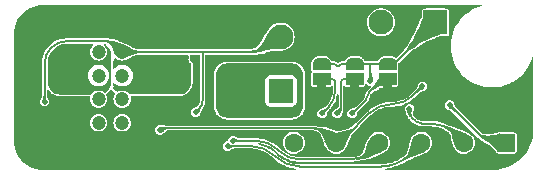
<source format=gbr>
%TF.GenerationSoftware,KiCad,Pcbnew,7.0.7*%
%TF.CreationDate,2023-10-10T17:02:05+13:00*%
%TF.ProjectId,probeDaughterBoard,70726f62-6544-4617-9567-68746572426f,rev?*%
%TF.SameCoordinates,Original*%
%TF.FileFunction,Copper,L2,Bot*%
%TF.FilePolarity,Positive*%
%FSLAX46Y46*%
G04 Gerber Fmt 4.6, Leading zero omitted, Abs format (unit mm)*
G04 Created by KiCad (PCBNEW 7.0.7) date 2023-10-10 17:02:05*
%MOMM*%
%LPD*%
G01*
G04 APERTURE LIST*
G04 Aperture macros list*
%AMRoundRect*
0 Rectangle with rounded corners*
0 $1 Rounding radius*
0 $2 $3 $4 $5 $6 $7 $8 $9 X,Y pos of 4 corners*
0 Add a 4 corners polygon primitive as box body*
4,1,4,$2,$3,$4,$5,$6,$7,$8,$9,$2,$3,0*
0 Add four circle primitives for the rounded corners*
1,1,$1+$1,$2,$3*
1,1,$1+$1,$4,$5*
1,1,$1+$1,$6,$7*
1,1,$1+$1,$8,$9*
0 Add four rect primitives between the rounded corners*
20,1,$1+$1,$2,$3,$4,$5,0*
20,1,$1+$1,$4,$5,$6,$7,0*
20,1,$1+$1,$6,$7,$8,$9,0*
20,1,$1+$1,$8,$9,$2,$3,0*%
%AMFreePoly0*
4,1,19,0.550000,-0.750000,0.000000,-0.750000,0.000000,-0.744911,-0.071157,-0.744911,-0.207708,-0.704816,-0.327430,-0.627875,-0.420627,-0.520320,-0.479746,-0.390866,-0.500000,-0.250000,-0.500000,0.250000,-0.479746,0.390866,-0.420627,0.520320,-0.327430,0.627875,-0.207708,0.704816,-0.071157,0.744911,0.000000,0.744911,0.000000,0.750000,0.550000,0.750000,0.550000,-0.750000,0.550000,-0.750000,
$1*%
%AMFreePoly1*
4,1,19,0.000000,0.744911,0.071157,0.744911,0.207708,0.704816,0.327430,0.627875,0.420627,0.520320,0.479746,0.390866,0.500000,0.250000,0.500000,-0.250000,0.479746,-0.390866,0.420627,-0.520320,0.327430,-0.627875,0.207708,-0.704816,0.071157,-0.744911,0.000000,-0.744911,0.000000,-0.750000,-0.550000,-0.750000,-0.550000,0.750000,0.000000,0.750000,0.000000,0.744911,0.000000,0.744911,
$1*%
G04 Aperture macros list end*
%TA.AperFunction,EtchedComponent*%
%ADD10C,0.200000*%
%TD*%
%TA.AperFunction,SMDPad,CuDef*%
%ADD11FreePoly0,90.000000*%
%TD*%
%TA.AperFunction,SMDPad,CuDef*%
%ADD12R,1.500000X1.000000*%
%TD*%
%TA.AperFunction,SMDPad,CuDef*%
%ADD13FreePoly1,90.000000*%
%TD*%
%TA.AperFunction,ComponentPad*%
%ADD14RoundRect,0.250001X0.799999X0.799999X-0.799999X0.799999X-0.799999X-0.799999X0.799999X-0.799999X0*%
%TD*%
%TA.AperFunction,ComponentPad*%
%ADD15C,2.100000*%
%TD*%
%TA.AperFunction,ComponentPad*%
%ADD16C,1.200000*%
%TD*%
%TA.AperFunction,ComponentPad*%
%ADD17RoundRect,0.250001X0.799999X-0.799999X0.799999X0.799999X-0.799999X0.799999X-0.799999X-0.799999X0*%
%TD*%
%TA.AperFunction,ComponentPad*%
%ADD18RoundRect,0.250000X0.550000X0.550000X-0.550000X0.550000X-0.550000X-0.550000X0.550000X-0.550000X0*%
%TD*%
%TA.AperFunction,ComponentPad*%
%ADD19C,1.600000*%
%TD*%
%TA.AperFunction,ViaPad*%
%ADD20C,0.500000*%
%TD*%
%TA.AperFunction,Conductor*%
%ADD21C,0.200000*%
%TD*%
%TA.AperFunction,Conductor*%
%ADD22C,0.130000*%
%TD*%
G04 APERTURE END LIST*
%TO.C,JP2*%
D10*
X29664999Y-7700000D02*
X29064999Y-7700000D01*
X29064999Y-7200000D01*
X29664999Y-7200000D01*
X29664999Y-7700000D01*
%TA.AperFunction,EtchedComponent*%
G36*
X29664999Y-7700000D02*
G01*
X29064999Y-7700000D01*
X29064999Y-7200000D01*
X29664999Y-7200000D01*
X29664999Y-7700000D01*
G37*
%TD.AperFunction*%
%TO.C,JP3*%
X32464999Y-7700000D02*
X31864999Y-7700000D01*
X31864999Y-7200000D01*
X32464999Y-7200000D01*
X32464999Y-7700000D01*
%TA.AperFunction,EtchedComponent*%
G36*
X32464999Y-7700000D02*
G01*
X31864999Y-7700000D01*
X31864999Y-7200000D01*
X32464999Y-7200000D01*
X32464999Y-7700000D01*
G37*
%TD.AperFunction*%
%TO.C,JP1*%
X26864999Y-7700000D02*
X26264999Y-7700000D01*
X26264999Y-7200000D01*
X26864999Y-7200000D01*
X26864999Y-7700000D01*
%TA.AperFunction,EtchedComponent*%
G36*
X26864999Y-7700000D02*
G01*
X26264999Y-7700000D01*
X26264999Y-7200000D01*
X26864999Y-7200000D01*
X26864999Y-7700000D01*
G37*
%TD.AperFunction*%
%TD*%
D11*
%TO.P,JP2,1,A*%
%TO.N,GND*%
X29364999Y-8100000D03*
D12*
%TO.P,JP2,2,C*%
%TO.N,Net-(EEPROM1-A1)*%
X29364999Y-6800000D03*
D13*
%TO.P,JP2,3,B*%
%TO.N,+3.3V*%
X29364999Y-5500000D03*
%TD*%
D11*
%TO.P,JP3,1,A*%
%TO.N,GND*%
X32164999Y-8100000D03*
D12*
%TO.P,JP3,2,C*%
%TO.N,Net-(EEPROM1-A2)*%
X32164999Y-6800000D03*
D13*
%TO.P,JP3,3,B*%
%TO.N,+3.3V*%
X32164999Y-5500000D03*
%TD*%
D14*
%TO.P,J2,1,Pin_1*%
%TO.N,+3.3V*%
X36200000Y-2000000D03*
D15*
%TO.P,J2,2,Pin_2*%
%TO.N,/TEMP_OW*%
X31600000Y-2000000D03*
%TO.P,J2,3,Pin_3*%
%TO.N,GND*%
X27000000Y-2000000D03*
%TD*%
D16*
%TO.P,J1,1,Pin_1*%
%TO.N,/VREF*%
X9675000Y-4500000D03*
%TO.P,J1,2,Pin_2*%
%TO.N,unconnected-(J1-Pin_2-Pad2)*%
X7675000Y-4500000D03*
%TO.P,J1,3,Pin_3*%
%TO.N,/ORP_IN*%
X9675000Y-6500000D03*
%TO.P,J1,4,Pin_4*%
%TO.N,/PH_IN*%
X7675000Y-6500000D03*
%TO.P,J1,5,Pin_5*%
%TO.N,/EC_INA*%
X9675000Y-8500000D03*
%TO.P,J1,6,Pin_6*%
%TO.N,/TEMP_INB*%
X7675000Y-8500000D03*
%TO.P,J1,7,Pin_7*%
%TO.N,/EC_INB*%
X9675000Y-10500000D03*
%TO.P,J1,8,Pin_8*%
%TO.N,/TEMP_INA*%
X7675000Y-10500000D03*
%TD*%
D11*
%TO.P,JP1,1,A*%
%TO.N,GND*%
X26564999Y-8100000D03*
D12*
%TO.P,JP1,2,C*%
%TO.N,Net-(EEPROM1-A0)*%
X26564999Y-6800000D03*
D13*
%TO.P,JP1,3,B*%
%TO.N,+3.3V*%
X26564999Y-5500000D03*
%TD*%
D17*
%TO.P,J3,1,Pin_1*%
%TO.N,/NITRATE_IN*%
X23100000Y-7800000D03*
D15*
%TO.P,J3,2,Pin_2*%
%TO.N,/VREF*%
X23100000Y-3200000D03*
%TD*%
D18*
%TO.P,J4,1,Pin_1*%
%TO.N,/3V3_IN*%
X42200000Y-12200000D03*
D19*
%TO.P,J4,2,Pin_2*%
%TO.N,/GND_IN*%
X38600000Y-12200000D03*
%TO.P,J4,3,Pin_3*%
%TO.N,/SDA*%
X35000000Y-12200000D03*
%TO.P,J4,4,Pin_4*%
%TO.N,/SCL*%
X31400000Y-12200000D03*
%TO.P,J4,5,Pin_5*%
%TO.N,/INT*%
X27800000Y-12200000D03*
%TO.P,J4,6,Pin_6*%
%TO.N,/TEMP_OW*%
X24200000Y-12200000D03*
%TD*%
D20*
%TO.N,/GND_IN*%
X34000000Y-9300000D03*
%TO.N,/SCL*%
X19055273Y-12000000D03*
%TO.N,/SDA*%
X18600000Y-12469000D03*
%TO.N,/3V3_IN*%
X37400000Y-9000000D03*
%TO.N,/INT*%
X35100000Y-7400000D03*
X12853503Y-11100000D03*
%TO.N,/VREF*%
X3100000Y-8700000D03*
X15900000Y-9600000D03*
%TO.N,+3.3V*%
X30693767Y-6993767D03*
%TO.N,GND*%
X14500000Y-13500000D03*
X17500000Y-11500000D03*
X26400000Y-12000000D03*
X40400000Y-12700000D03*
X24900000Y-2000000D03*
X10000000Y-13700000D03*
X5300000Y-8600000D03*
X29100000Y-13000000D03*
X11900000Y-11200000D03*
X24400000Y-5000000D03*
X8620000Y-2820000D03*
X4000000Y-9000000D03*
X3200000Y-2800000D03*
X20000000Y-800000D03*
X15700000Y-5100000D03*
X38900000Y-9300000D03*
X44000000Y-6700000D03*
X5000000Y-800000D03*
X34500000Y-5200000D03*
X17100000Y-5200000D03*
X1000000Y-2300000D03*
X21500000Y-2800000D03*
X14200000Y-8700000D03*
X31200000Y-4200000D03*
X3500000Y-14000000D03*
X38900000Y-800000D03*
X2400000Y-10800000D03*
X21800000Y-11400000D03*
X17200000Y-3800000D03*
X38000000Y-6300000D03*
X23700000Y-800000D03*
X800000Y-8500000D03*
X33900000Y-800000D03*
X15400000Y-3800000D03*
X8700000Y-9500000D03*
X11000000Y-800000D03*
X21800000Y-13300000D03*
X15900000Y-800000D03*
%TO.N,Net-(EEPROM1-A0)*%
X26594996Y-9705105D03*
%TO.N,Net-(EEPROM1-A1)*%
X27864999Y-9705105D03*
%TO.N,Net-(EEPROM1-A2)*%
X29135001Y-9705105D03*
%TO.N,/PH_RING*%
X8350000Y-5490000D03*
X7000000Y-5400000D03*
X8300000Y-7500000D03*
X6790000Y-7540000D03*
X4500000Y-7790000D03*
%TO.N,/ORP_RING*%
X15100000Y-6500000D03*
X9185136Y-7571836D03*
X10750000Y-5500000D03*
X9181798Y-5461680D03*
X10650000Y-7500000D03*
%TO.N,/NITRATE_RING*%
X24700000Y-7800000D03*
X23100000Y-6050000D03*
X19700000Y-9200000D03*
X17943492Y-8405891D03*
X17900000Y-6700000D03*
X22950000Y-9450000D03*
%TD*%
D21*
%TO.N,/GND_IN*%
X34000000Y-9300000D02*
X34000000Y-9579142D01*
X37766135Y-11366135D02*
X38600000Y-12200000D01*
X35836526Y-10566865D02*
X35046085Y-10566865D01*
X34524072Y-10382356D02*
X34197383Y-10055667D01*
X33999968Y-9579142D02*
G75*
G03*
X34197383Y-10055667I673932J42D01*
G01*
X34524082Y-10382343D02*
G75*
G03*
X35046085Y-10566865I525518J656043D01*
G01*
X37766113Y-11366157D02*
G75*
G03*
X35836526Y-10566865I-1929613J-1929543D01*
G01*
D22*
%TO.N,/SCL*%
X24713499Y-13600000D02*
X29010050Y-13600000D01*
X30700000Y-12900000D02*
X31400000Y-12200000D01*
X22983349Y-12883349D02*
X22900000Y-12800000D01*
X20968629Y-12000000D02*
X19055273Y-12000000D01*
X22983350Y-12883348D02*
G75*
G03*
X24713499Y-13600000I1730150J1730148D01*
G01*
X22899991Y-12800009D02*
G75*
G03*
X20968629Y-12000000I-1931391J-1931391D01*
G01*
X29010050Y-13600020D02*
G75*
G03*
X30699999Y-12899999I-50J2390020D01*
G01*
%TO.N,/SDA*%
X31585786Y-14200000D02*
X24724001Y-14200000D01*
X34000000Y-13200000D02*
X35000000Y-12200000D01*
X20544998Y-12469000D02*
X18600000Y-12469000D01*
X22634501Y-13334499D02*
G75*
G03*
X20544998Y-12469000I-2089501J-2089501D01*
G01*
X22634499Y-13334501D02*
G75*
G03*
X24724001Y-14200000I2089501J2089501D01*
G01*
X31585786Y-14199994D02*
G75*
G03*
X34000000Y-13200000I14J3414194D01*
G01*
D21*
%TO.N,/3V3_IN*%
X41393618Y-12200000D02*
X42200000Y-12200000D01*
X37400000Y-9006382D02*
X37400000Y-9000000D01*
X40017037Y-11629801D02*
X37404512Y-9017276D01*
X40017024Y-11629814D02*
G75*
G03*
X41393618Y-12200000I1376576J1376614D01*
G01*
X37400011Y-9006382D02*
G75*
G03*
X37404512Y-9017276I15389J-18D01*
G01*
D22*
%TO.N,/INT*%
X27746966Y-12146966D02*
X27165500Y-11565500D01*
X34337500Y-8162500D02*
X35100000Y-7400000D01*
X27950000Y-12200000D02*
X27875000Y-12200000D01*
X12853503Y-11100000D02*
X12938003Y-11015500D01*
X28206066Y-12093933D02*
X30597182Y-9702817D01*
X32475000Y-8925000D02*
X32496662Y-8925000D01*
X25633681Y-10931000D02*
X13142004Y-10931000D01*
X32475000Y-8924990D02*
G75*
G03*
X30597183Y-9702818I0J-2655610D01*
G01*
X27950000Y-12200008D02*
G75*
G03*
X28206066Y-12093933I0J362108D01*
G01*
X32496662Y-8924984D02*
G75*
G03*
X34337500Y-8162500I38J2603284D01*
G01*
X27165505Y-11565495D02*
G75*
G03*
X25633681Y-10931000I-1531805J-1531805D01*
G01*
X13142004Y-10931003D02*
G75*
G03*
X12938003Y-11015500I-4J-288497D01*
G01*
X27746959Y-12146973D02*
G75*
G03*
X27875000Y-12200000I128041J128073D01*
G01*
D21*
%TO.N,/VREF*%
X15900000Y-9600000D02*
X16200000Y-9300000D01*
X22450000Y-3850000D02*
X23100000Y-3200000D01*
X8458688Y-3575000D02*
X5020495Y-3575000D01*
X10002036Y-4500000D02*
X20880761Y-4500000D01*
X3100000Y-5495495D02*
X3100000Y-8700000D01*
X16500000Y-8575735D02*
X16500000Y-4500000D01*
X9443750Y-4268750D02*
X8955989Y-3780989D01*
X8955997Y-3780981D02*
G75*
G03*
X8458688Y-3575000I-497297J-497319D01*
G01*
X3662501Y-4137501D02*
G75*
G03*
X3100000Y-5495495I1357999J-1357999D01*
G01*
X16199989Y-9299989D02*
G75*
G03*
X16500000Y-8575735I-724289J724289D01*
G01*
X5020495Y-3574998D02*
G75*
G03*
X3662500Y-4137500I5J-1920502D01*
G01*
X9443739Y-4268761D02*
G75*
G03*
X10002036Y-4500000I558261J558261D01*
G01*
X20880761Y-4499983D02*
G75*
G03*
X22449999Y-3849999I39J2219183D01*
G01*
%TO.N,+3.3V*%
X30699999Y-6903639D02*
X30699999Y-6811686D01*
X31897498Y-5500000D02*
X32432499Y-5500000D01*
X30700000Y-6811686D02*
X30700000Y-6627781D01*
X30693767Y-6993767D02*
X30696883Y-6996883D01*
X30700000Y-6964941D02*
X30699999Y-6903639D01*
X30699999Y-6811686D02*
X30699999Y-6627781D01*
X30700000Y-5959819D02*
X30700000Y-5500000D01*
X26565694Y-5500695D02*
X26564999Y-5500000D01*
X29370903Y-5500000D02*
X31897498Y-5500000D01*
X28012500Y-5687500D02*
X28075000Y-5625000D01*
X30700000Y-6964941D02*
X30700000Y-6995592D01*
X30700000Y-6903639D02*
X30700000Y-6964941D01*
X30699999Y-6259971D02*
X30699999Y-6627781D01*
X29359094Y-5500000D02*
X28376776Y-5500000D01*
X30699999Y-6259971D02*
X30699999Y-5959820D01*
X31897498Y-5500000D02*
X30835126Y-5500000D01*
X32889151Y-5310848D02*
X36200000Y-2000000D01*
X29369174Y-5504175D02*
X29373349Y-5508350D01*
X30700000Y-6259971D02*
X30700000Y-5959819D01*
X30700000Y-6259971D02*
X30700000Y-6627781D01*
X30699999Y-5959820D02*
X30699999Y-5687141D01*
X31897498Y-5500000D02*
X32432499Y-5500000D01*
X27825000Y-5625000D02*
X27887500Y-5687500D01*
X29370903Y-5500000D02*
X29359094Y-5500000D01*
X30700000Y-6903639D02*
X30700000Y-6811686D01*
X26567373Y-5501391D02*
X27579226Y-5501391D01*
X30700001Y-6903639D02*
G75*
G03*
X30699999Y-6903639I-1J0D01*
G01*
X30700000Y-5959819D02*
G75*
G03*
X30699999Y-5959820I0J-1D01*
G01*
X30700001Y-6627781D02*
G75*
G03*
X30699999Y-6627781I-1J0D01*
G01*
X30700001Y-6811686D02*
G75*
G03*
X30699999Y-6811686I-1J0D01*
G01*
X30696911Y-6996856D02*
G75*
G03*
X30700000Y-6995592I1289J1256D01*
G01*
X29369186Y-5504163D02*
G75*
G03*
X29359094Y-5500000I-10086J-10137D01*
G01*
X27824985Y-5625015D02*
G75*
G03*
X27579226Y-5501392I-315085J-320285D01*
G01*
X28376776Y-5499991D02*
G75*
G03*
X28075000Y-5625000I24J-426809D01*
G01*
X32432499Y-5499999D02*
G75*
G03*
X32889150Y-5310847I1J645799D01*
G01*
X31897498Y-5500000D02*
G75*
G02*
X31897498Y-5500000I0J0D01*
G01*
X30700001Y-6259971D02*
G75*
G03*
X30699999Y-6259971I-1J0D01*
G01*
X27887500Y-5687500D02*
G75*
G03*
X28012500Y-5687500I62500J62501D01*
G01*
X29370903Y-5499925D02*
G75*
G03*
X29369175Y-5504174I-3J-2475D01*
G01*
X26565704Y-5500685D02*
G75*
G03*
X26567373Y-5501391I1696J1685D01*
G01*
D22*
%TO.N,Net-(EEPROM1-A0)*%
X27700000Y-7818745D02*
X27700000Y-7030461D01*
X27469538Y-6800000D02*
X26564999Y-6800000D01*
X27147498Y-9152603D02*
X26594996Y-9705105D01*
X27700016Y-7030461D02*
G75*
G03*
X27632499Y-6867500I-230516J-39D01*
G01*
X27632488Y-6867511D02*
G75*
G03*
X27469538Y-6800000I-162988J-162989D01*
G01*
X27147484Y-9152589D02*
G75*
G03*
X27700000Y-7818745I-1333884J1333889D01*
G01*
%TO.N,Net-(EEPROM1-A1)*%
X28032499Y-9537604D02*
X27864999Y-9705105D01*
X28200000Y-7081670D02*
X28200000Y-9133222D01*
X28481670Y-6800000D02*
X29364999Y-6800000D01*
X28032492Y-9537597D02*
G75*
G03*
X28200000Y-9133222I-404392J404397D01*
G01*
X28282508Y-6882508D02*
G75*
G03*
X28200000Y-7081670I199192J-199192D01*
G01*
X28481670Y-6799988D02*
G75*
G03*
X28282500Y-6882500I30J-281712D01*
G01*
%TO.N,Net-(EEPROM1-A2)*%
X31535597Y-6964401D02*
X30574959Y-7925040D01*
X29155811Y-9705105D02*
X29135001Y-9705105D01*
X29191335Y-9690390D02*
X30305038Y-8576687D01*
X31932499Y-6800000D02*
X32164999Y-6800000D01*
X31932499Y-6799998D02*
G75*
G03*
X31535598Y-6964402I1J-561302D01*
G01*
X30574974Y-7925055D02*
G75*
G03*
X30439999Y-8250864I325826J-325845D01*
G01*
X29155811Y-9705122D02*
G75*
G03*
X29191335Y-9690390I-11J50222D01*
G01*
X30305060Y-8576709D02*
G75*
G03*
X30439999Y-8250864I-325860J325809D01*
G01*
%TD*%
%TA.AperFunction,Conductor*%
%TO.N,/ORP_RING*%
G36*
X15148782Y-4745027D02*
G01*
X15202233Y-4788893D01*
X15211105Y-4797765D01*
X15301098Y-4907423D01*
X15315317Y-4954297D01*
X15311204Y-4968377D01*
X15312059Y-4968655D01*
X15310501Y-4973447D01*
X15290458Y-5099999D01*
X15290458Y-5100000D01*
X15310501Y-5226553D01*
X15310503Y-5226558D01*
X15353619Y-5311177D01*
X15368674Y-5340723D01*
X15459277Y-5431326D01*
X15463825Y-5433643D01*
X15495637Y-5470891D01*
X15498461Y-5484390D01*
X15499846Y-5498434D01*
X15500000Y-5501575D01*
X15500000Y-7098425D01*
X15499846Y-7101564D01*
X15481402Y-7288818D01*
X15478954Y-7301123D01*
X15425709Y-7476650D01*
X15420908Y-7488241D01*
X15334442Y-7650009D01*
X15327472Y-7660441D01*
X15211106Y-7802234D01*
X15202234Y-7811106D01*
X15060441Y-7927472D01*
X15050009Y-7934442D01*
X14888241Y-8020908D01*
X14876650Y-8025709D01*
X14701123Y-8078954D01*
X14688818Y-8081402D01*
X14501564Y-8099846D01*
X14498425Y-8100000D01*
X10321771Y-8100000D01*
X10276516Y-8081255D01*
X10267585Y-8070056D01*
X10249742Y-8041659D01*
X10133341Y-7925258D01*
X10114523Y-7913434D01*
X9993962Y-7837680D01*
X9993958Y-7837678D01*
X9838585Y-7783310D01*
X9838581Y-7783309D01*
X9838580Y-7783309D01*
X9675000Y-7764878D01*
X9511418Y-7783309D01*
X9356043Y-7837677D01*
X9323759Y-7857962D01*
X9275467Y-7866165D01*
X9249110Y-7853243D01*
X9230144Y-7837678D01*
X9197761Y-7811102D01*
X9188897Y-7802238D01*
X9072524Y-7660437D01*
X9065559Y-7650013D01*
X8979091Y-7488241D01*
X8974290Y-7476650D01*
X8921045Y-7301123D01*
X8918597Y-7288819D01*
X8918137Y-7284150D01*
X8906381Y-7164794D01*
X8920600Y-7117922D01*
X8963799Y-7094831D01*
X9010674Y-7109050D01*
X9017634Y-7115698D01*
X9069130Y-7172890D01*
X9069132Y-7172891D01*
X9222267Y-7284150D01*
X9232752Y-7288818D01*
X9395197Y-7361144D01*
X9395201Y-7361144D01*
X9395204Y-7361146D01*
X9553458Y-7394783D01*
X9580354Y-7400500D01*
X9580357Y-7400500D01*
X9769643Y-7400500D01*
X9769646Y-7400500D01*
X9862224Y-7380822D01*
X9954795Y-7361146D01*
X9954796Y-7361145D01*
X9954803Y-7361144D01*
X10127730Y-7284151D01*
X10127730Y-7284150D01*
X10127732Y-7284150D01*
X10280867Y-7172891D01*
X10280868Y-7172890D01*
X10280867Y-7172890D01*
X10280871Y-7172888D01*
X10407533Y-7032216D01*
X10502179Y-6868284D01*
X10560674Y-6688256D01*
X10580460Y-6500000D01*
X10560674Y-6311744D01*
X10502179Y-6131716D01*
X10453769Y-6047868D01*
X10407533Y-5967784D01*
X10407532Y-5967783D01*
X10299879Y-5848223D01*
X10280871Y-5827112D01*
X10280870Y-5827111D01*
X10280868Y-5827109D01*
X10280867Y-5827108D01*
X10127732Y-5715849D01*
X9954805Y-5638857D01*
X9954795Y-5638853D01*
X9769654Y-5599501D01*
X9769648Y-5599500D01*
X9769646Y-5599500D01*
X9580354Y-5599500D01*
X9580352Y-5599500D01*
X9580345Y-5599501D01*
X9395204Y-5638853D01*
X9395194Y-5638857D01*
X9222267Y-5715849D01*
X9069132Y-5827108D01*
X9069126Y-5827114D01*
X9011561Y-5891047D01*
X8967350Y-5912135D01*
X8921176Y-5895784D01*
X8900088Y-5851573D01*
X8900000Y-5848223D01*
X8900000Y-5501574D01*
X8900154Y-5498435D01*
X8902867Y-5470891D01*
X8918597Y-5311177D01*
X8921045Y-5298876D01*
X8942983Y-5226558D01*
X8974290Y-5123346D01*
X8979091Y-5111758D01*
X8985376Y-5100000D01*
X9033135Y-5010649D01*
X9070999Y-4979575D01*
X9119746Y-4984376D01*
X9138497Y-4999555D01*
X9140421Y-5001836D01*
X9144252Y-5004641D01*
X9148887Y-5008034D01*
X9156335Y-5014419D01*
X9216659Y-5074742D01*
X9356037Y-5162319D01*
X9356041Y-5162321D01*
X9356043Y-5162322D01*
X9511420Y-5216691D01*
X9675000Y-5235122D01*
X9838580Y-5216691D01*
X9948176Y-5178340D01*
X9951367Y-5177408D01*
X9971902Y-5172558D01*
X10339656Y-5004641D01*
X10604805Y-4869641D01*
X10606866Y-4868685D01*
X10821106Y-4778718D01*
X10832417Y-4775160D01*
X11033241Y-4731933D01*
X11046708Y-4730500D01*
X15108181Y-4730500D01*
X15148782Y-4745027D01*
G37*
%TD.AperFunction*%
%TD*%
%TA.AperFunction,Conductor*%
%TO.N,GND*%
G36*
X40094545Y-519245D02*
G01*
X40113290Y-564500D01*
X40094545Y-609755D01*
X40065855Y-626319D01*
X39916792Y-666260D01*
X39916790Y-666261D01*
X39574274Y-797740D01*
X39574261Y-797746D01*
X39247360Y-964310D01*
X39247354Y-964314D01*
X38939631Y-1164151D01*
X38939621Y-1164158D01*
X38654500Y-1395044D01*
X38395044Y-1654500D01*
X38164158Y-1939621D01*
X38164151Y-1939631D01*
X37964314Y-2247354D01*
X37964310Y-2247360D01*
X37797746Y-2574261D01*
X37797740Y-2574274D01*
X37666261Y-2916790D01*
X37666260Y-2916792D01*
X37571294Y-3271205D01*
X37513896Y-3633604D01*
X37494696Y-3999993D01*
X37494696Y-4000006D01*
X37513896Y-4366395D01*
X37571294Y-4728794D01*
X37666260Y-5083207D01*
X37666261Y-5083209D01*
X37797740Y-5425725D01*
X37797746Y-5425738D01*
X37964310Y-5752639D01*
X37964314Y-5752645D01*
X37964318Y-5752652D01*
X38164149Y-6060366D01*
X38164151Y-6060368D01*
X38164158Y-6060378D01*
X38395044Y-6345499D01*
X38654500Y-6604955D01*
X38939621Y-6835841D01*
X38939625Y-6835844D01*
X38939634Y-6835851D01*
X39247348Y-7035682D01*
X39247354Y-7035685D01*
X39247360Y-7035689D01*
X39392939Y-7109865D01*
X39574264Y-7202255D01*
X39574271Y-7202258D01*
X39574274Y-7202259D01*
X39916790Y-7333738D01*
X39916792Y-7333739D01*
X39916795Y-7333740D01*
X39916801Y-7333742D01*
X40152333Y-7396853D01*
X40271205Y-7428705D01*
X40313274Y-7435368D01*
X40633596Y-7486102D01*
X40633598Y-7486102D01*
X40633604Y-7486103D01*
X40633603Y-7486103D01*
X40999994Y-7505304D01*
X41000000Y-7505304D01*
X41000006Y-7505304D01*
X41366395Y-7486103D01*
X41366399Y-7486102D01*
X41366404Y-7486102D01*
X41728794Y-7428705D01*
X42083199Y-7333742D01*
X42425736Y-7202255D01*
X42705648Y-7059632D01*
X42752639Y-7035689D01*
X42752641Y-7035687D01*
X42752652Y-7035682D01*
X43060366Y-6835851D01*
X43228492Y-6699705D01*
X43345499Y-6604955D01*
X43345500Y-6604953D01*
X43345506Y-6604949D01*
X43604949Y-6345506D01*
X43666409Y-6269610D01*
X43803012Y-6100919D01*
X43835851Y-6060366D01*
X44035682Y-5752652D01*
X44036710Y-5750636D01*
X44092767Y-5640617D01*
X44202255Y-5425736D01*
X44333742Y-5083199D01*
X44373681Y-4934143D01*
X44403500Y-4895283D01*
X44452065Y-4888890D01*
X44490926Y-4918709D01*
X44499500Y-4950709D01*
X44499500Y-10999212D01*
X44499461Y-11000783D01*
X44482726Y-11341443D01*
X44482418Y-11344564D01*
X44468913Y-11435610D01*
X44432489Y-11681159D01*
X44431876Y-11684241D01*
X44349195Y-12014324D01*
X44348283Y-12017331D01*
X44233644Y-12337722D01*
X44232442Y-12340625D01*
X44086958Y-12648225D01*
X44085476Y-12650996D01*
X43910533Y-12942873D01*
X43908787Y-12945486D01*
X43706088Y-13218793D01*
X43704095Y-13221222D01*
X43475576Y-13473354D01*
X43473354Y-13475576D01*
X43221222Y-13704095D01*
X43218793Y-13706088D01*
X42945486Y-13908787D01*
X42942873Y-13910533D01*
X42650996Y-14085476D01*
X42648225Y-14086958D01*
X42340625Y-14232442D01*
X42337722Y-14233644D01*
X42017331Y-14348283D01*
X42014324Y-14349195D01*
X41684241Y-14431876D01*
X41681159Y-14432489D01*
X41475078Y-14463058D01*
X41344564Y-14482418D01*
X41341443Y-14482726D01*
X41000783Y-14499461D01*
X40999212Y-14499500D01*
X32009890Y-14499500D01*
X31964635Y-14480755D01*
X31945890Y-14435500D01*
X31964635Y-14390245D01*
X32003616Y-14371808D01*
X32116079Y-14360732D01*
X32463932Y-14291541D01*
X32803328Y-14188587D01*
X32803328Y-14188586D01*
X32803331Y-14188586D01*
X32877558Y-14157840D01*
X33130998Y-14052863D01*
X33297187Y-13964033D01*
X33311592Y-13958449D01*
X33335734Y-13952318D01*
X33822927Y-13719949D01*
X34176965Y-13557454D01*
X34485554Y-13424239D01*
X34846975Y-13274802D01*
X35346940Y-13068846D01*
X35363992Y-13057490D01*
X35373433Y-13052295D01*
X35467814Y-13010275D01*
X35626051Y-12895308D01*
X35626052Y-12895307D01*
X35626051Y-12895307D01*
X35626055Y-12895305D01*
X35756937Y-12749947D01*
X35854736Y-12580553D01*
X35915179Y-12394527D01*
X35917271Y-12374620D01*
X35935625Y-12200003D01*
X35935625Y-12199996D01*
X35915180Y-12005481D01*
X35915179Y-12005475D01*
X35915179Y-12005473D01*
X35854736Y-11819447D01*
X35846106Y-11804500D01*
X35756937Y-11650053D01*
X35756936Y-11650052D01*
X35724375Y-11613890D01*
X35626055Y-11504695D01*
X35626054Y-11504694D01*
X35626052Y-11504692D01*
X35626051Y-11504691D01*
X35467815Y-11389725D01*
X35289126Y-11310169D01*
X35289124Y-11310168D01*
X35289121Y-11310167D01*
X35289117Y-11310166D01*
X35097806Y-11269500D01*
X35097799Y-11269500D01*
X34902201Y-11269500D01*
X34902193Y-11269500D01*
X34710882Y-11310166D01*
X34710873Y-11310169D01*
X34532185Y-11389725D01*
X34373948Y-11504691D01*
X34373947Y-11504692D01*
X34243063Y-11650052D01*
X34243062Y-11650053D01*
X34145263Y-11819446D01*
X34136805Y-11845477D01*
X34131553Y-11857368D01*
X34128368Y-11862960D01*
X33960662Y-12366687D01*
X33958593Y-12372900D01*
X33956821Y-12379133D01*
X33924705Y-12514250D01*
X33860393Y-12784810D01*
X33859480Y-12787937D01*
X33757051Y-13082022D01*
X33746705Y-13100804D01*
X33587506Y-13301009D01*
X33575538Y-13312581D01*
X33427745Y-13422192D01*
X33425643Y-13423625D01*
X33147538Y-13597457D01*
X33146646Y-13598125D01*
X33143927Y-13599950D01*
X33104420Y-13623631D01*
X33101648Y-13625112D01*
X32818963Y-13758812D01*
X32816060Y-13760015D01*
X32521610Y-13865371D01*
X32518603Y-13866283D01*
X32215246Y-13942269D01*
X32212173Y-13942880D01*
X31902828Y-13988765D01*
X31899709Y-13989073D01*
X31586453Y-14004461D01*
X31584882Y-14004500D01*
X24724789Y-14004500D01*
X24723218Y-14004461D01*
X24455090Y-13991289D01*
X24451971Y-13990981D01*
X24191319Y-13952318D01*
X24187207Y-13951708D01*
X24184125Y-13951095D01*
X23924486Y-13886059D01*
X23921479Y-13885147D01*
X23831209Y-13852848D01*
X23669460Y-13794973D01*
X23666560Y-13793772D01*
X23599957Y-13762271D01*
X23424595Y-13679331D01*
X23421832Y-13677853D01*
X23192252Y-13540249D01*
X23189639Y-13538503D01*
X23135650Y-13498462D01*
X23027458Y-13418220D01*
X22974657Y-13379060D01*
X22972228Y-13377067D01*
X22773340Y-13196805D01*
X22772203Y-13195722D01*
X22663298Y-13086819D01*
X22663296Y-13086817D01*
X22424018Y-12890447D01*
X22424016Y-12890446D01*
X22424013Y-12890443D01*
X22166633Y-12718467D01*
X22112367Y-12689461D01*
X21893639Y-12572548D01*
X21893634Y-12572546D01*
X21607652Y-12454088D01*
X21311441Y-12364234D01*
X21311440Y-12364233D01*
X21311431Y-12364231D01*
X21311423Y-12364229D01*
X21311410Y-12364226D01*
X21157983Y-12333707D01*
X21117255Y-12306493D01*
X21107699Y-12258451D01*
X21134913Y-12217723D01*
X21174056Y-12207038D01*
X21250765Y-12211347D01*
X21254321Y-12211749D01*
X21412483Y-12238622D01*
X21531145Y-12258785D01*
X21534627Y-12259579D01*
X21654707Y-12294174D01*
X21804445Y-12337315D01*
X21807833Y-12338500D01*
X22067249Y-12445956D01*
X22070450Y-12447497D01*
X22316228Y-12583334D01*
X22319241Y-12585228D01*
X22548251Y-12747720D01*
X22551049Y-12749952D01*
X22761251Y-12937800D01*
X22762541Y-12939020D01*
X22861899Y-13038378D01*
X22861917Y-13038394D01*
X22950039Y-13126515D01*
X22950040Y-13126516D01*
X23028689Y-13189236D01*
X23182067Y-13311551D01*
X23182070Y-13311553D01*
X23182078Y-13311559D01*
X23433346Y-13469441D01*
X23433350Y-13469443D01*
X23433355Y-13469446D01*
X23700741Y-13598212D01*
X23705708Y-13599950D01*
X23980849Y-13696227D01*
X23980857Y-13696229D01*
X23980864Y-13696232D01*
X23980866Y-13696232D01*
X23980874Y-13696235D01*
X24182881Y-13742341D01*
X24270200Y-13762271D01*
X24565111Y-13795500D01*
X24565114Y-13795500D01*
X28971165Y-13795500D01*
X28971167Y-13795501D01*
X28983522Y-13795500D01*
X28983571Y-13795520D01*
X29010054Y-13795519D01*
X29010054Y-13795520D01*
X29155250Y-13795517D01*
X29443815Y-13762999D01*
X29483060Y-13754040D01*
X29500225Y-13752503D01*
X29517422Y-13753293D01*
X30078095Y-13668249D01*
X30083397Y-13667242D01*
X30487041Y-13575343D01*
X30490600Y-13574431D01*
X30490604Y-13574430D01*
X30494713Y-13573257D01*
X30498171Y-13572169D01*
X30540909Y-13557454D01*
X30838535Y-13454980D01*
X30839655Y-13454552D01*
X30843273Y-13453171D01*
X31226623Y-13290884D01*
X31256453Y-13278164D01*
X31748657Y-13068281D01*
X31765128Y-13057095D01*
X31775054Y-13051573D01*
X31867813Y-13010275D01*
X32026055Y-12895305D01*
X32156937Y-12749947D01*
X32254736Y-12580553D01*
X32315179Y-12394527D01*
X32317271Y-12374620D01*
X32335625Y-12200003D01*
X32335625Y-12199996D01*
X32315180Y-12005481D01*
X32315179Y-12005475D01*
X32315179Y-12005473D01*
X32254736Y-11819447D01*
X32246106Y-11804500D01*
X32156937Y-11650053D01*
X32156936Y-11650052D01*
X32124375Y-11613890D01*
X32026055Y-11504695D01*
X32026054Y-11504694D01*
X32026052Y-11504692D01*
X32026051Y-11504691D01*
X31867815Y-11389725D01*
X31689126Y-11310169D01*
X31689124Y-11310168D01*
X31689121Y-11310167D01*
X31689117Y-11310166D01*
X31497806Y-11269500D01*
X31497799Y-11269500D01*
X31302201Y-11269500D01*
X31302193Y-11269500D01*
X31110882Y-11310166D01*
X31110873Y-11310169D01*
X30932185Y-11389725D01*
X30773948Y-11504691D01*
X30773946Y-11504693D01*
X30728127Y-11555579D01*
X30726443Y-11557313D01*
X30715438Y-11567818D01*
X30715425Y-11567834D01*
X30710623Y-11574670D01*
X30708217Y-11577690D01*
X30643064Y-11650049D01*
X30576165Y-11765922D01*
X30574640Y-11768313D01*
X30379000Y-12046907D01*
X30379000Y-12046908D01*
X30378029Y-12048527D01*
X30368987Y-12063600D01*
X30367479Y-12066580D01*
X30367478Y-12066582D01*
X30367480Y-12066576D01*
X30359951Y-12084560D01*
X30359949Y-12084565D01*
X30201316Y-12556220D01*
X30188276Y-12600023D01*
X30088719Y-12934440D01*
X30078302Y-12954945D01*
X29899945Y-13189236D01*
X29869820Y-13210997D01*
X29440789Y-13358417D01*
X29430712Y-13360986D01*
X29257514Y-13390415D01*
X29253946Y-13390818D01*
X29199900Y-13393854D01*
X29011281Y-13404450D01*
X29009508Y-13404500D01*
X24714392Y-13404500D01*
X24712619Y-13404450D01*
X24468075Y-13390717D01*
X24463232Y-13390445D01*
X24459664Y-13390043D01*
X24214312Y-13348356D01*
X24210811Y-13347557D01*
X23971665Y-13278660D01*
X23968275Y-13277473D01*
X23738357Y-13182238D01*
X23735122Y-13180680D01*
X23570743Y-13089832D01*
X23517306Y-13060298D01*
X23514275Y-13058394D01*
X23311297Y-12914372D01*
X23308493Y-12912136D01*
X23289662Y-12895308D01*
X23122237Y-12745687D01*
X23120936Y-12744457D01*
X23086199Y-12709720D01*
X23022663Y-12646184D01*
X23022660Y-12646182D01*
X23021462Y-12644984D01*
X23021310Y-12644848D01*
X22936556Y-12560094D01*
X22714265Y-12377664D01*
X22714263Y-12377663D01*
X22714260Y-12377660D01*
X22475150Y-12217891D01*
X22441684Y-12200003D01*
X23264375Y-12200003D01*
X23284819Y-12394518D01*
X23284820Y-12394524D01*
X23345264Y-12580554D01*
X23440605Y-12745690D01*
X23443063Y-12749947D01*
X23558851Y-12878542D01*
X23573947Y-12895307D01*
X23573948Y-12895308D01*
X23732184Y-13010274D01*
X23792165Y-13036979D01*
X23910876Y-13089832D01*
X23962494Y-13100804D01*
X24102193Y-13130499D01*
X24102199Y-13130499D01*
X24102201Y-13130500D01*
X24102203Y-13130500D01*
X24297797Y-13130500D01*
X24297799Y-13130500D01*
X24297801Y-13130499D01*
X24297806Y-13130499D01*
X24393461Y-13110165D01*
X24489124Y-13089832D01*
X24667813Y-13010275D01*
X24667813Y-13010274D01*
X24667815Y-13010274D01*
X24826051Y-12895308D01*
X24826052Y-12895307D01*
X24826051Y-12895307D01*
X24826055Y-12895305D01*
X24956937Y-12749947D01*
X25054736Y-12580553D01*
X25115179Y-12394527D01*
X25117271Y-12374620D01*
X25135625Y-12200003D01*
X25135625Y-12199996D01*
X25115180Y-12005481D01*
X25115179Y-12005475D01*
X25115179Y-12005473D01*
X25054736Y-11819447D01*
X25046106Y-11804500D01*
X24956937Y-11650053D01*
X24956936Y-11650052D01*
X24924375Y-11613890D01*
X24826055Y-11504695D01*
X24826054Y-11504694D01*
X24826052Y-11504692D01*
X24826051Y-11504691D01*
X24667815Y-11389725D01*
X24489126Y-11310169D01*
X24489124Y-11310168D01*
X24489121Y-11310167D01*
X24489117Y-11310166D01*
X24297806Y-11269500D01*
X24297799Y-11269500D01*
X24102201Y-11269500D01*
X24102193Y-11269500D01*
X23910882Y-11310166D01*
X23910873Y-11310169D01*
X23732185Y-11389725D01*
X23573948Y-11504691D01*
X23573947Y-11504692D01*
X23443063Y-11650052D01*
X23443062Y-11650053D01*
X23345264Y-11819445D01*
X23284820Y-12005475D01*
X23284819Y-12005481D01*
X23264375Y-12199996D01*
X23264375Y-12200003D01*
X22441684Y-12200003D01*
X22221533Y-12082328D01*
X22221531Y-12082327D01*
X22221529Y-12082326D01*
X22221522Y-12082323D01*
X22057358Y-12014324D01*
X21955849Y-11972277D01*
X21955845Y-11972275D01*
X21955836Y-11972272D01*
X21680667Y-11888800D01*
X21680666Y-11888799D01*
X21680657Y-11888797D01*
X21680649Y-11888795D01*
X21680636Y-11888792D01*
X21398613Y-11832691D01*
X21112413Y-11804500D01*
X20990658Y-11804500D01*
X19828082Y-11804500D01*
X19813783Y-11802882D01*
X19797839Y-11799227D01*
X19797833Y-11799226D01*
X19650538Y-11794957D01*
X19647090Y-11794670D01*
X19553176Y-11781715D01*
X19543266Y-11779535D01*
X19485355Y-11761888D01*
X19466508Y-11756144D01*
X19463420Y-11755026D01*
X19418931Y-11736287D01*
X19359413Y-11711217D01*
X19350741Y-11707485D01*
X19334050Y-11700303D01*
X19314093Y-11686771D01*
X19308481Y-11681159D01*
X19295996Y-11668674D01*
X19295993Y-11668672D01*
X19181831Y-11610503D01*
X19181826Y-11610501D01*
X19055273Y-11590458D01*
X18928719Y-11610501D01*
X18928714Y-11610503D01*
X18814552Y-11668672D01*
X18723945Y-11759279D01*
X18665776Y-11873441D01*
X18665774Y-11873446D01*
X18644943Y-12004975D01*
X18642797Y-12004635D01*
X18626986Y-12042808D01*
X18591743Y-12060765D01*
X18473446Y-12079501D01*
X18473441Y-12079503D01*
X18359279Y-12137672D01*
X18268672Y-12228279D01*
X18210503Y-12342441D01*
X18210501Y-12342446D01*
X18190458Y-12468999D01*
X18190458Y-12469000D01*
X18210501Y-12595553D01*
X18210503Y-12595558D01*
X18268672Y-12709720D01*
X18268674Y-12709723D01*
X18359277Y-12800326D01*
X18473445Y-12858498D01*
X18519233Y-12865750D01*
X18599999Y-12878542D01*
X18599999Y-12878541D01*
X18600000Y-12878542D01*
X18726555Y-12858498D01*
X18840723Y-12800326D01*
X18858823Y-12782225D01*
X18878781Y-12768691D01*
X18904140Y-12757781D01*
X19008150Y-12713969D01*
X19011230Y-12712854D01*
X19087993Y-12689460D01*
X19097904Y-12687281D01*
X19191820Y-12674325D01*
X19195254Y-12674040D01*
X19342564Y-12669772D01*
X19359513Y-12666016D01*
X19373360Y-12664500D01*
X20506111Y-12664500D01*
X20544210Y-12664500D01*
X20545781Y-12664539D01*
X20644230Y-12669375D01*
X20813926Y-12677711D01*
X20817010Y-12678015D01*
X21081805Y-12717293D01*
X21084863Y-12717902D01*
X21344521Y-12782942D01*
X21347508Y-12783848D01*
X21599543Y-12874027D01*
X21602435Y-12875226D01*
X21844409Y-12989671D01*
X21847163Y-12991144D01*
X21925969Y-13038378D01*
X22076753Y-13128754D01*
X22079353Y-13130491D01*
X22273932Y-13274802D01*
X22294342Y-13289939D01*
X22296770Y-13291931D01*
X22492623Y-13469441D01*
X22495648Y-13472182D01*
X22496785Y-13473266D01*
X22605701Y-13582180D01*
X22605703Y-13582182D01*
X22656209Y-13623631D01*
X22844986Y-13778557D01*
X22972857Y-13863998D01*
X23102350Y-13950522D01*
X23102356Y-13950525D01*
X23102367Y-13950533D01*
X23303515Y-14058049D01*
X23359100Y-14087760D01*
X23375364Y-14096453D01*
X23555704Y-14171152D01*
X23661346Y-14214911D01*
X23661348Y-14214911D01*
X23661349Y-14214912D01*
X23957569Y-14304769D01*
X23957584Y-14304772D01*
X23957588Y-14304773D01*
X24122872Y-14337650D01*
X24261169Y-14365159D01*
X24321911Y-14371141D01*
X24328677Y-14371808D01*
X24371877Y-14394899D01*
X24386096Y-14441773D01*
X24363005Y-14484973D01*
X24322404Y-14499500D01*
X3000963Y-14499500D01*
X2999051Y-14499442D01*
X2759838Y-14484973D01*
X2700656Y-14481393D01*
X2696817Y-14480927D01*
X2403731Y-14427217D01*
X2399976Y-14426291D01*
X2115517Y-14337650D01*
X2111901Y-14336278D01*
X1880127Y-14231966D01*
X1840187Y-14213990D01*
X1836765Y-14212194D01*
X1581779Y-14058049D01*
X1578596Y-14055852D01*
X1344050Y-13872097D01*
X1341155Y-13869532D01*
X1130467Y-13658844D01*
X1127902Y-13655949D01*
X944147Y-13421403D01*
X941950Y-13418220D01*
X856865Y-13277473D01*
X787803Y-13163230D01*
X786012Y-13159818D01*
X709431Y-12989662D01*
X663721Y-12888098D01*
X662352Y-12884490D01*
X573706Y-12600016D01*
X572782Y-12596268D01*
X572651Y-12595555D01*
X519071Y-12303175D01*
X518607Y-12299353D01*
X500557Y-12000948D01*
X500500Y-11999037D01*
X500500Y-10500000D01*
X6939878Y-10500000D01*
X6953244Y-10618631D01*
X6958310Y-10663585D01*
X7012678Y-10818958D01*
X7012680Y-10818962D01*
X7086895Y-10937074D01*
X7100258Y-10958341D01*
X7216659Y-11074742D01*
X7216661Y-11074743D01*
X7356037Y-11162319D01*
X7356041Y-11162321D01*
X7356043Y-11162322D01*
X7511420Y-11216691D01*
X7675000Y-11235122D01*
X7838580Y-11216691D01*
X7993957Y-11162322D01*
X8133341Y-11074742D01*
X8249742Y-10958341D01*
X8337322Y-10818957D01*
X8391691Y-10663580D01*
X8410122Y-10500000D01*
X8939878Y-10500000D01*
X8953244Y-10618631D01*
X8958310Y-10663585D01*
X9012678Y-10818958D01*
X9012680Y-10818962D01*
X9086895Y-10937074D01*
X9100258Y-10958341D01*
X9216659Y-11074742D01*
X9216661Y-11074743D01*
X9356037Y-11162319D01*
X9356041Y-11162321D01*
X9356043Y-11162322D01*
X9511420Y-11216691D01*
X9675000Y-11235122D01*
X9838580Y-11216691D01*
X9993957Y-11162322D01*
X10093143Y-11100000D01*
X12443961Y-11100000D01*
X12464004Y-11226553D01*
X12464006Y-11226558D01*
X12517261Y-11331075D01*
X12522177Y-11340723D01*
X12612780Y-11431326D01*
X12612782Y-11431327D01*
X12704358Y-11477988D01*
X12726948Y-11489498D01*
X12853503Y-11509542D01*
X12980058Y-11489498D01*
X13094222Y-11431328D01*
X13094223Y-11431328D01*
X13094223Y-11431327D01*
X13094226Y-11431326D01*
X13148703Y-11376847D01*
X13162557Y-11366337D01*
X13166527Y-11364102D01*
X13169655Y-11362343D01*
X13169652Y-11362344D01*
X13169659Y-11362340D01*
X13176051Y-11358254D01*
X13178587Y-11356425D01*
X13184333Y-11352284D01*
X13184331Y-11352285D01*
X13190230Y-11347506D01*
X13190231Y-11347506D01*
X13195740Y-11342508D01*
X13292218Y-11254968D01*
X13357501Y-11191808D01*
X13371108Y-11181759D01*
X13419967Y-11154844D01*
X13442292Y-11147476D01*
X13559664Y-11131651D01*
X13563260Y-11130550D01*
X13567354Y-11129299D01*
X13586073Y-11126500D01*
X25594795Y-11126500D01*
X25632791Y-11126500D01*
X25634561Y-11126549D01*
X25836164Y-11137869D01*
X25861748Y-11145458D01*
X25861885Y-11145155D01*
X25864131Y-11146165D01*
X25864413Y-11146248D01*
X25864758Y-11146446D01*
X26230014Y-11269267D01*
X26283550Y-11287269D01*
X26313058Y-11307863D01*
X26487837Y-11525556D01*
X26498762Y-11545735D01*
X26571675Y-11768737D01*
X26571679Y-11768748D01*
X26585010Y-11797553D01*
X26587853Y-11802181D01*
X26607496Y-11827073D01*
X26613172Y-11832749D01*
X26624941Y-11848949D01*
X26645244Y-11888797D01*
X26654419Y-11906803D01*
X26660607Y-11925846D01*
X26670879Y-11990700D01*
X26671276Y-12003184D01*
X26671593Y-12003195D01*
X26671529Y-12005196D01*
X26671529Y-12005198D01*
X26670452Y-12039039D01*
X26670452Y-12039044D01*
X26670993Y-12044812D01*
X26670992Y-12044812D01*
X26675831Y-12066582D01*
X26678336Y-12077853D01*
X26737956Y-12244333D01*
X26774729Y-12347018D01*
X26774729Y-12347017D01*
X26778475Y-12355570D01*
X26784288Y-12366689D01*
X26784289Y-12366691D01*
X26789156Y-12374620D01*
X26789155Y-12374619D01*
X26984071Y-12648063D01*
X26985727Y-12650639D01*
X27040605Y-12745690D01*
X27043063Y-12749947D01*
X27107283Y-12821270D01*
X27109555Y-12824103D01*
X27117583Y-12835364D01*
X27117585Y-12835366D01*
X27121012Y-12839779D01*
X27124059Y-12843383D01*
X27124061Y-12843385D01*
X27124063Y-12843387D01*
X27127889Y-12846185D01*
X27137669Y-12855017D01*
X27164200Y-12884482D01*
X27173947Y-12895307D01*
X27173948Y-12895308D01*
X27332184Y-13010274D01*
X27392165Y-13036979D01*
X27510876Y-13089832D01*
X27562494Y-13100804D01*
X27702193Y-13130499D01*
X27702199Y-13130499D01*
X27702201Y-13130500D01*
X27702203Y-13130500D01*
X27897797Y-13130500D01*
X27897799Y-13130500D01*
X27897801Y-13130499D01*
X27897806Y-13130499D01*
X27993461Y-13110166D01*
X28089124Y-13089832D01*
X28267813Y-13010275D01*
X28267813Y-13010274D01*
X28267815Y-13010274D01*
X28426051Y-12895308D01*
X28426052Y-12895307D01*
X28426051Y-12895307D01*
X28426055Y-12895305D01*
X28556937Y-12749947D01*
X28654736Y-12580553D01*
X28659928Y-12564571D01*
X28667493Y-12548925D01*
X28668880Y-12546838D01*
X28863610Y-12073246D01*
X28874750Y-12048526D01*
X29013960Y-11739622D01*
X29015700Y-11736295D01*
X29170891Y-11477985D01*
X29176213Y-11470425D01*
X29186615Y-11457709D01*
X29399945Y-11196925D01*
X29401653Y-11195003D01*
X29752720Y-10831089D01*
X29762606Y-10815852D01*
X29771030Y-10805445D01*
X30698922Y-9877554D01*
X30698928Y-9877550D01*
X30707925Y-9868553D01*
X30734797Y-9841680D01*
X30736059Y-9840487D01*
X30939798Y-9658411D01*
X30942581Y-9656192D01*
X31164682Y-9498600D01*
X31167692Y-9496709D01*
X31406038Y-9364978D01*
X31409225Y-9363443D01*
X31562389Y-9300000D01*
X33590458Y-9300000D01*
X33610501Y-9426553D01*
X33610503Y-9426558D01*
X33668672Y-9540720D01*
X33668674Y-9540723D01*
X33674242Y-9546291D01*
X33688978Y-9569251D01*
X33703933Y-9609497D01*
X33704435Y-9610954D01*
X33736010Y-9710440D01*
X33743768Y-9734885D01*
X33745326Y-9739284D01*
X33787611Y-9848083D01*
X33789243Y-9851789D01*
X33790015Y-9853542D01*
X33793576Y-9860754D01*
X33793578Y-9860757D01*
X33796470Y-9866014D01*
X33801170Y-9873728D01*
X33845100Y-9945828D01*
X33848046Y-9950662D01*
X33849229Y-9952780D01*
X33891857Y-10036432D01*
X33900386Y-10053169D01*
X33984067Y-10168333D01*
X33984069Y-10168335D01*
X34004162Y-10188425D01*
X34004163Y-10188428D01*
X34040808Y-10225069D01*
X34336074Y-10520335D01*
X34345500Y-10532333D01*
X34348244Y-10536845D01*
X34368676Y-10553211D01*
X34371300Y-10555561D01*
X34378217Y-10562478D01*
X34382905Y-10565522D01*
X34387621Y-10568584D01*
X34390218Y-10570463D01*
X34450225Y-10618631D01*
X34607673Y-10706201D01*
X34777536Y-10766245D01*
X34955040Y-10797077D01*
X34989729Y-10797186D01*
X34991391Y-10797365D01*
X34997091Y-10797365D01*
X35045599Y-10797365D01*
X35090018Y-10797551D01*
X35092203Y-10797365D01*
X35795880Y-10797365D01*
X35835631Y-10797365D01*
X35837402Y-10797414D01*
X36114462Y-10812976D01*
X36118018Y-10813378D01*
X36390695Y-10859710D01*
X36394177Y-10860504D01*
X36649649Y-10934108D01*
X36659944Y-10937074D01*
X36663334Y-10938260D01*
X36918856Y-11044105D01*
X36922086Y-11045660D01*
X37133164Y-11162322D01*
X37164156Y-11179451D01*
X37167192Y-11181359D01*
X37291412Y-11269500D01*
X37296215Y-11272908D01*
X37307753Y-11283432D01*
X37374786Y-11361588D01*
X37386706Y-11382380D01*
X37481349Y-11656727D01*
X37482313Y-11660115D01*
X37542332Y-11925846D01*
X37570041Y-12048527D01*
X37570791Y-12051526D01*
X37571756Y-12055046D01*
X37572665Y-12058078D01*
X37706325Y-12469000D01*
X37728943Y-12538534D01*
X37730163Y-12541845D01*
X37730883Y-12542971D01*
X37737825Y-12557661D01*
X37745263Y-12580552D01*
X37840270Y-12745109D01*
X37843063Y-12749947D01*
X37958851Y-12878542D01*
X37973947Y-12895307D01*
X37973948Y-12895308D01*
X38132184Y-13010274D01*
X38192165Y-13036979D01*
X38310876Y-13089832D01*
X38362494Y-13100804D01*
X38502193Y-13130499D01*
X38502199Y-13130499D01*
X38502201Y-13130500D01*
X38502203Y-13130500D01*
X38697797Y-13130500D01*
X38697799Y-13130500D01*
X38697801Y-13130499D01*
X38697806Y-13130499D01*
X38793461Y-13110166D01*
X38889124Y-13089832D01*
X39067813Y-13010275D01*
X39067813Y-13010274D01*
X39067815Y-13010274D01*
X39226051Y-12895308D01*
X39226052Y-12895307D01*
X39226051Y-12895307D01*
X39226055Y-12895305D01*
X39356937Y-12749947D01*
X39454736Y-12580553D01*
X39515179Y-12394527D01*
X39517271Y-12374620D01*
X39535625Y-12200003D01*
X39535625Y-12199996D01*
X39515180Y-12005481D01*
X39515179Y-12005475D01*
X39515179Y-12005473D01*
X39454736Y-11819447D01*
X39446106Y-11804500D01*
X39356937Y-11650053D01*
X39356936Y-11650052D01*
X39324375Y-11613890D01*
X39226055Y-11504695D01*
X39226054Y-11504694D01*
X39226052Y-11504692D01*
X39226051Y-11504691D01*
X39067815Y-11389725D01*
X38973274Y-11347634D01*
X38963939Y-11342508D01*
X38946696Y-11331075D01*
X38946689Y-11331072D01*
X38465854Y-11133939D01*
X38113153Y-10995246D01*
X37805452Y-10882206D01*
X37448850Y-10757491D01*
X37215249Y-10676219D01*
X37206109Y-10672216D01*
X37103340Y-10617283D01*
X37103333Y-10617280D01*
X36834709Y-10506009D01*
X36834702Y-10506006D01*
X36556465Y-10421599D01*
X36556449Y-10421595D01*
X36271290Y-10364871D01*
X36271285Y-10364870D01*
X35981907Y-10336365D01*
X35885520Y-10336365D01*
X35836528Y-10336365D01*
X35795885Y-10336364D01*
X35795884Y-10336364D01*
X35790733Y-10336364D01*
X35790721Y-10336365D01*
X35048438Y-10336365D01*
X35045622Y-10336241D01*
X34950555Y-10327845D01*
X34939986Y-10326009D01*
X34851480Y-10302854D01*
X34841368Y-10299279D01*
X34757975Y-10261670D01*
X34748600Y-10256456D01*
X34679288Y-10209899D01*
X34669719Y-10202027D01*
X34394374Y-9926681D01*
X34394366Y-9926671D01*
X34389103Y-9921408D01*
X34361464Y-9893771D01*
X34359372Y-9891463D01*
X34309210Y-9830348D01*
X34302240Y-9819917D01*
X34269775Y-9759187D01*
X34264971Y-9710440D01*
X34267819Y-9702827D01*
X34270274Y-9697354D01*
X34287987Y-9657854D01*
X34339520Y-9540720D01*
X34347331Y-9522966D01*
X34347331Y-9522965D01*
X34347336Y-9522954D01*
X34349529Y-9516967D01*
X34350291Y-9514891D01*
X34350289Y-9514894D01*
X34353562Y-9503843D01*
X34354595Y-9499318D01*
X34359962Y-9484518D01*
X34389498Y-9426555D01*
X34409542Y-9300000D01*
X34406283Y-9279426D01*
X34392369Y-9191575D01*
X34389498Y-9173445D01*
X34383830Y-9162322D01*
X34348781Y-9093534D01*
X34331326Y-9059277D01*
X34272049Y-9000000D01*
X36990458Y-9000000D01*
X37010501Y-9126553D01*
X37010503Y-9126558D01*
X37068073Y-9239544D01*
X37068674Y-9240723D01*
X37159277Y-9331326D01*
X37273445Y-9389498D01*
X37370485Y-9404867D01*
X37384157Y-9408622D01*
X37410859Y-9419259D01*
X37515387Y-9461827D01*
X37518355Y-9463217D01*
X37523035Y-9465710D01*
X37538201Y-9476941D01*
X39821658Y-11760398D01*
X39821677Y-11760420D01*
X39835779Y-11774521D01*
X39835798Y-11774565D01*
X39854038Y-11792804D01*
X39854038Y-11792805D01*
X39940499Y-11879265D01*
X40131696Y-12031735D01*
X40338762Y-12161840D01*
X40408661Y-12195500D01*
X40559082Y-12267937D01*
X40559094Y-12267942D01*
X40760786Y-12338514D01*
X40783691Y-12352489D01*
X41011567Y-12568656D01*
X41013145Y-12570264D01*
X41255296Y-12835364D01*
X41276847Y-12858958D01*
X41287090Y-12874012D01*
X41336048Y-12974156D01*
X41336049Y-12974157D01*
X41425843Y-13063951D01*
X41539928Y-13119724D01*
X41539931Y-13119724D01*
X41539933Y-13119725D01*
X41613889Y-13130500D01*
X41613890Y-13130500D01*
X42786111Y-13130500D01*
X42860066Y-13119725D01*
X42860066Y-13119724D01*
X42860072Y-13119724D01*
X42974157Y-13063951D01*
X43063951Y-12974157D01*
X43119724Y-12860072D01*
X43121178Y-12850096D01*
X43130500Y-12786110D01*
X43130500Y-11613889D01*
X43119725Y-11539933D01*
X43119724Y-11539931D01*
X43119724Y-11539928D01*
X43063951Y-11425843D01*
X42974157Y-11336049D01*
X42860072Y-11280276D01*
X42860070Y-11280275D01*
X42860066Y-11280274D01*
X42786111Y-11269500D01*
X42786110Y-11269500D01*
X41673298Y-11269500D01*
X41665414Y-11268635D01*
X41665414Y-11268641D01*
X41651925Y-11267618D01*
X41651923Y-11267618D01*
X41638320Y-11269267D01*
X41634465Y-11269500D01*
X41613889Y-11269500D01*
X41539929Y-11280275D01*
X41539927Y-11280275D01*
X41459640Y-11319525D01*
X41455556Y-11321184D01*
X41286519Y-11376640D01*
X41282662Y-11377645D01*
X40972506Y-11438097D01*
X40968352Y-11438627D01*
X40780114Y-11450248D01*
X40659275Y-11457708D01*
X40655024Y-11457688D01*
X40345880Y-11435608D01*
X40341760Y-11435041D01*
X40207329Y-11407538D01*
X40117315Y-11389122D01*
X40084888Y-11371676D01*
X37906060Y-9192848D01*
X37894834Y-9177690D01*
X37885110Y-9159442D01*
X37863220Y-9118363D01*
X37861830Y-9115394D01*
X37819259Y-9010860D01*
X37814184Y-8998122D01*
X37808621Y-8984157D01*
X37804867Y-8970488D01*
X37800153Y-8940723D01*
X37789498Y-8873445D01*
X37731326Y-8759277D01*
X37640723Y-8668674D01*
X37640720Y-8668672D01*
X37526558Y-8610503D01*
X37526553Y-8610501D01*
X37400000Y-8590458D01*
X37273446Y-8610501D01*
X37273441Y-8610503D01*
X37159279Y-8668672D01*
X37068672Y-8759279D01*
X37010503Y-8873441D01*
X37010501Y-8873446D01*
X36990458Y-8999999D01*
X36990458Y-9000000D01*
X34272049Y-9000000D01*
X34240723Y-8968674D01*
X34240720Y-8968672D01*
X34126558Y-8910503D01*
X34126553Y-8910501D01*
X34000000Y-8890458D01*
X33873446Y-8910501D01*
X33873441Y-8910503D01*
X33759279Y-8968672D01*
X33668672Y-9059279D01*
X33610503Y-9173441D01*
X33610501Y-9173446D01*
X33590458Y-9299999D01*
X33590458Y-9300000D01*
X31562389Y-9300000D01*
X31660813Y-9259231D01*
X31664176Y-9258053D01*
X31925844Y-9182668D01*
X31929337Y-9181871D01*
X32197791Y-9136258D01*
X32201337Y-9135858D01*
X32473942Y-9120549D01*
X32475715Y-9120500D01*
X32520395Y-9120500D01*
X32520669Y-9120484D01*
X32634157Y-9120486D01*
X32907829Y-9093535D01*
X33177542Y-9039889D01*
X33440697Y-8960064D01*
X33440705Y-8960060D01*
X33440710Y-8960059D01*
X33521271Y-8926689D01*
X33694761Y-8854829D01*
X33937287Y-8725199D01*
X34165938Y-8572420D01*
X34378513Y-8397965D01*
X34454888Y-8321588D01*
X34454895Y-8321583D01*
X34460161Y-8316316D01*
X34460163Y-8316316D01*
X34691787Y-8084689D01*
X34703033Y-8075730D01*
X34716896Y-8067039D01*
X34824070Y-7965899D01*
X34826697Y-7963675D01*
X34902287Y-7906409D01*
X34910811Y-7900958D01*
X34981633Y-7863219D01*
X34984580Y-7861839D01*
X35056596Y-7832512D01*
X35089139Y-7819260D01*
X35098167Y-7815662D01*
X35115845Y-7808620D01*
X35129504Y-7804868D01*
X35226555Y-7789498D01*
X35340719Y-7731328D01*
X35340720Y-7731328D01*
X35340720Y-7731327D01*
X35340723Y-7731326D01*
X35431326Y-7640723D01*
X35489498Y-7526555D01*
X35509542Y-7400000D01*
X35508605Y-7394087D01*
X35489498Y-7273446D01*
X35489496Y-7273441D01*
X35431327Y-7159279D01*
X35431326Y-7159277D01*
X35340723Y-7068674D01*
X35340720Y-7068672D01*
X35226558Y-7010503D01*
X35226553Y-7010501D01*
X35100000Y-6990458D01*
X34973446Y-7010501D01*
X34973441Y-7010503D01*
X34859279Y-7068672D01*
X34768672Y-7159279D01*
X34710503Y-7273441D01*
X34710501Y-7273446D01*
X34695132Y-7370481D01*
X34691378Y-7384148D01*
X34680740Y-7410858D01*
X34638169Y-7515386D01*
X34636773Y-7518366D01*
X34599043Y-7589174D01*
X34593576Y-7597723D01*
X34536337Y-7673281D01*
X34534102Y-7675922D01*
X34432961Y-7783101D01*
X34432955Y-7783109D01*
X34423622Y-7797754D01*
X34414906Y-7808613D01*
X34199889Y-8023630D01*
X34198585Y-8024863D01*
X33999267Y-8202984D01*
X33996459Y-8205223D01*
X33779173Y-8359394D01*
X33776132Y-8361305D01*
X33542956Y-8490176D01*
X33539720Y-8491734D01*
X33435027Y-8535099D01*
X33293581Y-8593686D01*
X33290199Y-8594870D01*
X33034186Y-8668622D01*
X33030685Y-8669421D01*
X32768024Y-8714047D01*
X32764456Y-8714449D01*
X32711533Y-8717420D01*
X32497444Y-8729440D01*
X32495659Y-8729490D01*
X32334931Y-8729490D01*
X32056141Y-8756949D01*
X31781412Y-8811596D01*
X31781382Y-8811604D01*
X31513327Y-8892918D01*
X31513319Y-8892921D01*
X31254520Y-9000121D01*
X31254512Y-9000124D01*
X31254510Y-9000126D01*
X31172793Y-9043805D01*
X31007454Y-9132181D01*
X31007445Y-9132187D01*
X30774535Y-9287814D01*
X30774522Y-9287824D01*
X30557987Y-9465532D01*
X30557984Y-9465536D01*
X30472128Y-9551391D01*
X30472120Y-9551401D01*
X30458941Y-9564579D01*
X30444971Y-9578550D01*
X29499860Y-10523659D01*
X29485024Y-10534713D01*
X29476636Y-10539244D01*
X29085159Y-10863396D01*
X29070672Y-10872434D01*
X28761419Y-11012021D01*
X28747310Y-11016510D01*
X28447975Y-11074742D01*
X28418762Y-11080425D01*
X28004944Y-11153751D01*
X28003076Y-11154148D01*
X28000390Y-11154721D01*
X27995069Y-11156046D01*
X27995062Y-11156047D01*
X27995066Y-11156047D01*
X27990534Y-11157344D01*
X27975196Y-11162319D01*
X27861758Y-11199112D01*
X27817922Y-11197527D01*
X27632738Y-11122285D01*
X27250855Y-10985873D01*
X27247816Y-10984868D01*
X27242932Y-10983380D01*
X26901728Y-10895579D01*
X26895575Y-10894268D01*
X26628159Y-10849416D01*
X26494453Y-10826991D01*
X25945406Y-10753316D01*
X25945387Y-10753316D01*
X25937712Y-10753809D01*
X25926446Y-10753539D01*
X25766317Y-10735499D01*
X25633679Y-10735500D01*
X13572461Y-10735500D01*
X13559372Y-10734147D01*
X13541409Y-10730394D01*
X13541407Y-10730393D01*
X13541406Y-10730393D01*
X13381354Y-10728857D01*
X13260856Y-10724966D01*
X13154757Y-10720230D01*
X13154756Y-10720230D01*
X13029518Y-10716185D01*
X13029231Y-10716182D01*
X13005510Y-10715953D01*
X12985199Y-10710977D01*
X12984848Y-10712059D01*
X12980055Y-10710501D01*
X12853503Y-10690458D01*
X12726949Y-10710501D01*
X12726944Y-10710503D01*
X12612782Y-10768672D01*
X12522175Y-10859279D01*
X12464006Y-10973441D01*
X12464004Y-10973446D01*
X12443961Y-11099999D01*
X12443961Y-11100000D01*
X10093143Y-11100000D01*
X10133341Y-11074742D01*
X10249742Y-10958341D01*
X10337322Y-10818957D01*
X10391691Y-10663580D01*
X10410122Y-10500000D01*
X10391691Y-10336420D01*
X10391671Y-10336364D01*
X10352727Y-10225068D01*
X10337322Y-10181043D01*
X10337321Y-10181041D01*
X10337319Y-10181037D01*
X10249743Y-10041661D01*
X10249742Y-10041659D01*
X10133341Y-9925258D01*
X10133338Y-9925256D01*
X9993962Y-9837680D01*
X9993958Y-9837678D01*
X9838585Y-9783310D01*
X9838581Y-9783309D01*
X9838580Y-9783309D01*
X9675000Y-9764878D01*
X9511420Y-9783309D01*
X9511418Y-9783309D01*
X9511414Y-9783310D01*
X9356041Y-9837678D01*
X9356037Y-9837680D01*
X9216661Y-9925256D01*
X9100256Y-10041661D01*
X9012680Y-10181037D01*
X9012678Y-10181041D01*
X8958310Y-10336414D01*
X8958309Y-10336418D01*
X8958309Y-10336420D01*
X8939878Y-10500000D01*
X8410122Y-10500000D01*
X8391691Y-10336420D01*
X8391671Y-10336364D01*
X8352727Y-10225068D01*
X8337322Y-10181043D01*
X8337321Y-10181041D01*
X8337319Y-10181037D01*
X8249743Y-10041661D01*
X8249742Y-10041659D01*
X8133341Y-9925258D01*
X8133338Y-9925256D01*
X7993962Y-9837680D01*
X7993958Y-9837678D01*
X7838585Y-9783310D01*
X7838581Y-9783309D01*
X7838580Y-9783309D01*
X7675000Y-9764878D01*
X7511420Y-9783309D01*
X7511418Y-9783309D01*
X7511414Y-9783310D01*
X7356041Y-9837678D01*
X7356037Y-9837680D01*
X7216661Y-9925256D01*
X7100256Y-10041661D01*
X7012680Y-10181037D01*
X7012678Y-10181041D01*
X6958310Y-10336414D01*
X6958309Y-10336418D01*
X6958309Y-10336420D01*
X6939878Y-10500000D01*
X500500Y-10500000D01*
X500500Y-8700000D01*
X2690458Y-8700000D01*
X2710501Y-8826553D01*
X2710503Y-8826558D01*
X2744317Y-8892921D01*
X2768674Y-8940723D01*
X2859277Y-9031326D01*
X2973445Y-9089498D01*
X3100000Y-9109542D01*
X3226555Y-9089498D01*
X3340723Y-9031326D01*
X3431326Y-8940723D01*
X3489498Y-8826555D01*
X3509542Y-8700000D01*
X3489498Y-8573445D01*
X3431326Y-8459277D01*
X3413224Y-8441175D01*
X3399691Y-8421217D01*
X3388781Y-8395859D01*
X3344969Y-8291848D01*
X3343852Y-8288760D01*
X3333278Y-8254060D01*
X3330500Y-8235416D01*
X3330499Y-7756548D01*
X3349245Y-7711293D01*
X3394500Y-7692548D01*
X3439755Y-7711293D01*
X3449439Y-7723721D01*
X3450178Y-7724957D01*
X3456438Y-7734354D01*
X3460248Y-7740074D01*
X3460797Y-7740897D01*
X3464742Y-7746235D01*
X3584801Y-7893019D01*
X3589250Y-7897945D01*
X3589257Y-7897952D01*
X3589255Y-7897951D01*
X3597691Y-7906418D01*
X3602768Y-7911514D01*
X3607677Y-7915980D01*
X3607686Y-7915987D01*
X3607690Y-7915991D01*
X3607690Y-7915992D01*
X3682941Y-7978014D01*
X3754003Y-8036584D01*
X3754006Y-8036586D01*
X3754004Y-8036585D01*
X3755075Y-8037383D01*
X3759324Y-8040549D01*
X3759333Y-8040555D01*
X3759335Y-8040557D01*
X3764861Y-8044268D01*
X3775223Y-8051227D01*
X3780908Y-8054654D01*
X3803935Y-8067039D01*
X3947910Y-8144475D01*
X3947911Y-8144476D01*
X3953904Y-8147330D01*
X3953904Y-8147331D01*
X3971581Y-8154710D01*
X3977822Y-8156964D01*
X3977821Y-8156964D01*
X4014034Y-8168070D01*
X4159117Y-8212565D01*
X4159119Y-8212565D01*
X4159119Y-8212566D01*
X4163363Y-8213642D01*
X4165551Y-8214198D01*
X4165550Y-8214198D01*
X4169253Y-8214947D01*
X4184324Y-8217996D01*
X4184329Y-8217996D01*
X4184330Y-8217997D01*
X4190882Y-8218992D01*
X4190878Y-8218992D01*
X4295432Y-8229660D01*
X4382557Y-8238551D01*
X4383837Y-8238650D01*
X4385852Y-8238807D01*
X4391857Y-8239125D01*
X4392290Y-8239148D01*
X4395624Y-8239243D01*
X6899060Y-8248654D01*
X6944244Y-8267570D01*
X6962819Y-8312895D01*
X6959230Y-8333784D01*
X6958310Y-8336413D01*
X6958310Y-8336416D01*
X6958309Y-8336420D01*
X6939878Y-8500000D01*
X6958165Y-8662305D01*
X6958310Y-8663585D01*
X7012678Y-8818958D01*
X7012680Y-8818962D01*
X7089186Y-8940720D01*
X7100258Y-8958341D01*
X7216659Y-9074742D01*
X7225261Y-9080147D01*
X7356037Y-9162319D01*
X7356041Y-9162321D01*
X7356043Y-9162322D01*
X7511420Y-9216691D01*
X7675000Y-9235122D01*
X7838580Y-9216691D01*
X7993957Y-9162322D01*
X8133341Y-9074742D01*
X8249742Y-8958341D01*
X8337322Y-8818957D01*
X8391691Y-8663580D01*
X8410122Y-8500000D01*
X8391691Y-8336420D01*
X8337322Y-8181043D01*
X8320676Y-8154552D01*
X8312471Y-8106262D01*
X8340816Y-8066312D01*
X8340401Y-8066570D01*
X8356291Y-8056008D01*
X8356291Y-8056007D01*
X8356296Y-8056004D01*
X8361664Y-8052042D01*
X8509201Y-7931482D01*
X8514149Y-7927015D01*
X8527779Y-7913438D01*
X8527780Y-7913438D01*
X8532272Y-7908499D01*
X8532272Y-7908500D01*
X8653391Y-7761409D01*
X8653390Y-7761411D01*
X8657372Y-7756060D01*
X8657373Y-7756058D01*
X8668088Y-7740071D01*
X8668088Y-7740072D01*
X8669799Y-7737223D01*
X8671522Y-7734358D01*
X8686703Y-7706036D01*
X8724603Y-7675006D01*
X8773345Y-7679864D01*
X8800134Y-7707216D01*
X8849890Y-7804866D01*
X8853810Y-7812559D01*
X8944413Y-7903162D01*
X8944415Y-7903163D01*
X8944416Y-7903164D01*
X9063069Y-7963621D01*
X9062222Y-7965281D01*
X9094245Y-7992631D01*
X9098089Y-8041464D01*
X9091412Y-8055737D01*
X9012678Y-8181042D01*
X8958310Y-8336414D01*
X8958310Y-8336416D01*
X8958309Y-8336420D01*
X8939878Y-8500000D01*
X8958165Y-8662305D01*
X8958310Y-8663585D01*
X9012678Y-8818958D01*
X9012680Y-8818962D01*
X9089186Y-8940720D01*
X9100258Y-8958341D01*
X9216659Y-9074742D01*
X9225261Y-9080147D01*
X9356037Y-9162319D01*
X9356041Y-9162321D01*
X9356043Y-9162322D01*
X9511420Y-9216691D01*
X9675000Y-9235122D01*
X9838580Y-9216691D01*
X9993957Y-9162322D01*
X10133341Y-9074742D01*
X10249742Y-8958341D01*
X10337322Y-8818957D01*
X10391691Y-8663580D01*
X10410122Y-8500000D01*
X10391691Y-8336420D01*
X10386169Y-8320639D01*
X10388914Y-8271733D01*
X10425437Y-8239092D01*
X10446577Y-8235500D01*
X14500088Y-8235500D01*
X14503408Y-8235419D01*
X14506636Y-8235260D01*
X14509867Y-8235102D01*
X14513189Y-8234857D01*
X14705411Y-8215923D01*
X14706664Y-8215737D01*
X14711978Y-8214950D01*
X14711977Y-8214950D01*
X14711986Y-8214948D01*
X14711994Y-8214947D01*
X14723962Y-8212566D01*
X14730825Y-8211201D01*
X14730822Y-8211202D01*
X14737272Y-8209586D01*
X14737274Y-8209585D01*
X14755079Y-8204184D01*
X14919166Y-8154409D01*
X14925429Y-8152168D01*
X14925427Y-8152168D01*
X14925432Y-8152167D01*
X14925431Y-8152167D01*
X14943167Y-8144821D01*
X14943169Y-8144820D01*
X14943892Y-8144478D01*
X14949181Y-8141977D01*
X14949185Y-8141975D01*
X14949184Y-8141976D01*
X15116815Y-8052376D01*
X15116817Y-8052375D01*
X15122507Y-8048964D01*
X15122506Y-8048965D01*
X15122514Y-8048959D01*
X15122520Y-8048956D01*
X15138484Y-8038290D01*
X15138483Y-8038291D01*
X15143828Y-8034327D01*
X15274589Y-7927014D01*
X15290760Y-7913743D01*
X15290761Y-7913743D01*
X15293220Y-7911514D01*
X15295695Y-7909271D01*
X15309271Y-7895695D01*
X15313739Y-7890765D01*
X15313743Y-7890761D01*
X15313743Y-7890760D01*
X15434327Y-7743828D01*
X15438291Y-7738483D01*
X15438290Y-7738484D01*
X15448956Y-7722520D01*
X15448964Y-7722507D01*
X15448965Y-7722506D01*
X15448964Y-7722506D01*
X15452375Y-7716817D01*
X15452376Y-7716815D01*
X15541976Y-7549184D01*
X15541975Y-7549185D01*
X15541977Y-7549181D01*
X15544821Y-7543167D01*
X15552167Y-7525432D01*
X15554409Y-7519165D01*
X15609585Y-7337274D01*
X15610471Y-7333738D01*
X15611201Y-7330825D01*
X15614775Y-7312858D01*
X15614947Y-7311994D01*
X15614948Y-7311986D01*
X15614950Y-7311977D01*
X15614950Y-7311978D01*
X15615923Y-7305410D01*
X15615923Y-7305408D01*
X15619072Y-7273446D01*
X15634857Y-7113189D01*
X15635102Y-7109867D01*
X15635419Y-7103406D01*
X15635500Y-7100086D01*
X15635500Y-5499915D01*
X15635419Y-5496597D01*
X15635329Y-5494751D01*
X15635103Y-5490134D01*
X15634856Y-5486802D01*
X15633577Y-5473835D01*
X15632948Y-5467452D01*
X15632947Y-5467441D01*
X15632947Y-5467442D01*
X15631839Y-5460220D01*
X15628267Y-5443149D01*
X15628266Y-5443148D01*
X15628266Y-5443145D01*
X15598673Y-5382892D01*
X15566861Y-5345644D01*
X15566859Y-5345642D01*
X15566858Y-5345641D01*
X15560600Y-5340708D01*
X15557780Y-5338203D01*
X15486828Y-5267251D01*
X15475059Y-5251052D01*
X15451157Y-5204143D01*
X15445578Y-5193194D01*
X15439391Y-5174151D01*
X15429232Y-5110005D01*
X15429232Y-5089989D01*
X15439146Y-5027386D01*
X15443586Y-4999357D01*
X15444474Y-4995393D01*
X15445381Y-4992291D01*
X15445664Y-4991310D01*
X15445449Y-4967360D01*
X15445607Y-4963895D01*
X15446679Y-4953237D01*
X15446677Y-4953234D01*
X15446678Y-4953233D01*
X15445575Y-4945917D01*
X15445218Y-4941422D01*
X15444982Y-4914965D01*
X15430765Y-4868095D01*
X15430763Y-4868092D01*
X15430763Y-4868090D01*
X15407553Y-4824667D01*
X15402754Y-4775921D01*
X15433830Y-4738056D01*
X15463998Y-4730500D01*
X16205500Y-4730500D01*
X16250755Y-4749245D01*
X16269500Y-4794500D01*
X16269500Y-8574150D01*
X16269346Y-8577289D01*
X16254861Y-8724310D01*
X16252413Y-8736615D01*
X16210899Y-8873455D01*
X16206098Y-8885045D01*
X16138687Y-9011159D01*
X16131716Y-9021591D01*
X16037908Y-9135894D01*
X16035799Y-9138222D01*
X16021938Y-9152084D01*
X15993132Y-9168680D01*
X15919344Y-9188307D01*
X15902893Y-9190458D01*
X15899998Y-9190458D01*
X15773446Y-9210501D01*
X15773441Y-9210503D01*
X15659279Y-9268672D01*
X15568672Y-9359279D01*
X15510503Y-9473441D01*
X15510501Y-9473446D01*
X15490458Y-9599999D01*
X15490458Y-9600000D01*
X15510501Y-9726553D01*
X15510503Y-9726558D01*
X15568542Y-9840464D01*
X15568674Y-9840723D01*
X15659277Y-9931326D01*
X15773445Y-9989498D01*
X15836722Y-9999520D01*
X15899999Y-10009542D01*
X15899999Y-10009541D01*
X15900000Y-10009542D01*
X16026555Y-9989498D01*
X16140723Y-9931326D01*
X16231326Y-9840723D01*
X16289498Y-9726555D01*
X16302777Y-9642710D01*
X16307088Y-9627690D01*
X16314495Y-9610264D01*
X16357856Y-9514064D01*
X16364706Y-9499331D01*
X16393029Y-9438415D01*
X16405805Y-9420150D01*
X16432805Y-9393151D01*
X16548894Y-9233369D01*
X16634643Y-9065084D01*
X17444500Y-9065084D01*
X17444593Y-9068895D01*
X17444958Y-9076335D01*
X17445239Y-9080146D01*
X17449212Y-9120484D01*
X17464124Y-9271883D01*
X17464124Y-9271882D01*
X17465244Y-9279433D01*
X17469561Y-9301138D01*
X17471416Y-9308545D01*
X17521438Y-9473445D01*
X17526307Y-9489497D01*
X17526307Y-9489499D01*
X17528882Y-9496695D01*
X17528882Y-9496693D01*
X17528883Y-9496696D01*
X17529247Y-9497574D01*
X17537357Y-9517153D01*
X17540621Y-9524052D01*
X17540622Y-9524054D01*
X17629753Y-9690808D01*
X17629754Y-9690809D01*
X17633672Y-9697347D01*
X17633672Y-9697346D01*
X17633677Y-9697354D01*
X17638855Y-9705104D01*
X17645977Y-9715764D01*
X17650528Y-9721901D01*
X17740609Y-9831664D01*
X17770488Y-9868071D01*
X17770925Y-9868553D01*
X17775609Y-9873722D01*
X17775610Y-9873722D01*
X17775615Y-9873728D01*
X17791271Y-9889384D01*
X17791277Y-9889389D01*
X17791277Y-9889390D01*
X17793556Y-9891455D01*
X17796928Y-9894511D01*
X17796933Y-9894515D01*
X17943098Y-10014471D01*
X17946167Y-10016747D01*
X17949235Y-10019022D01*
X17967645Y-10031322D01*
X17967653Y-10031327D01*
X17967652Y-10031327D01*
X17972015Y-10033941D01*
X17974191Y-10035246D01*
X18140945Y-10124377D01*
X18140947Y-10124378D01*
X18147848Y-10127643D01*
X18147845Y-10127642D01*
X18162685Y-10133789D01*
X18168303Y-10136116D01*
X18168308Y-10136117D01*
X18168311Y-10136119D01*
X18168313Y-10136120D01*
X18175495Y-10138691D01*
X18175494Y-10138690D01*
X18356449Y-10193581D01*
X18356451Y-10193582D01*
X18363855Y-10195437D01*
X18363852Y-10195436D01*
X18371092Y-10196876D01*
X18385569Y-10199756D01*
X18385573Y-10199756D01*
X18385574Y-10199757D01*
X18390370Y-10200468D01*
X18393121Y-10200876D01*
X18393120Y-10200876D01*
X18441053Y-10205597D01*
X18584853Y-10219761D01*
X18588666Y-10220042D01*
X18592386Y-10220224D01*
X18596105Y-10220407D01*
X18599915Y-10220500D01*
X18599917Y-10220500D01*
X24000085Y-10220500D01*
X24003895Y-10220407D01*
X24007613Y-10220224D01*
X24011334Y-10220042D01*
X24015147Y-10219761D01*
X24158945Y-10205597D01*
X24206879Y-10200876D01*
X24206878Y-10200876D01*
X24209628Y-10200468D01*
X24214425Y-10199757D01*
X24214425Y-10199756D01*
X24214430Y-10199756D01*
X24228906Y-10196876D01*
X24236147Y-10195436D01*
X24236144Y-10195437D01*
X24243548Y-10193582D01*
X24243550Y-10193581D01*
X24424505Y-10138690D01*
X24424504Y-10138691D01*
X24431686Y-10136120D01*
X24431688Y-10136119D01*
X24431690Y-10136117D01*
X24431696Y-10136116D01*
X24437313Y-10133789D01*
X24452154Y-10127642D01*
X24452151Y-10127643D01*
X24459052Y-10124378D01*
X24459054Y-10124377D01*
X24625808Y-10035246D01*
X24627983Y-10033941D01*
X24632347Y-10031327D01*
X24632346Y-10031327D01*
X24632354Y-10031322D01*
X24650764Y-10019022D01*
X24653831Y-10016747D01*
X24656901Y-10014471D01*
X24803066Y-9894515D01*
X24803071Y-9894511D01*
X24806443Y-9891455D01*
X24808722Y-9889390D01*
X24808722Y-9889389D01*
X24808728Y-9889384D01*
X24824384Y-9873728D01*
X24824389Y-9873722D01*
X24824390Y-9873722D01*
X24829074Y-9868553D01*
X24829511Y-9868071D01*
X24859390Y-9831664D01*
X24949471Y-9721901D01*
X24954022Y-9715764D01*
X24961144Y-9705104D01*
X24966322Y-9697354D01*
X24966327Y-9697346D01*
X24966327Y-9697347D01*
X24970245Y-9690809D01*
X24970246Y-9690808D01*
X25059377Y-9524054D01*
X25059378Y-9524052D01*
X25062642Y-9517154D01*
X25070752Y-9497574D01*
X25071116Y-9496696D01*
X25071120Y-9496686D01*
X25073691Y-9489504D01*
X25073690Y-9489505D01*
X25128581Y-9308550D01*
X25128582Y-9308548D01*
X25130436Y-9301147D01*
X25133088Y-9287814D01*
X25134756Y-9279430D01*
X25135876Y-9271882D01*
X25135876Y-9271879D01*
X25143896Y-9190458D01*
X25154761Y-9080147D01*
X25155042Y-9076334D01*
X25155407Y-9068893D01*
X25155500Y-9065083D01*
X25155500Y-6464916D01*
X25155407Y-6461106D01*
X25155042Y-6453665D01*
X25154761Y-6449852D01*
X25135876Y-6258121D01*
X25134756Y-6250569D01*
X25131726Y-6235336D01*
X25130437Y-6228855D01*
X25128582Y-6221451D01*
X25128581Y-6221449D01*
X25076574Y-6050003D01*
X25681941Y-6050003D01*
X25692068Y-6100915D01*
X25692069Y-6100918D01*
X25717811Y-6139445D01*
X25727366Y-6187487D01*
X25717811Y-6210555D01*
X25692069Y-6249081D01*
X25692068Y-6249084D01*
X25684499Y-6287141D01*
X25684499Y-7312852D01*
X25692070Y-7350920D01*
X25720913Y-7394086D01*
X25720914Y-7394087D01*
X25729764Y-7400000D01*
X25764080Y-7422929D01*
X25764081Y-7422929D01*
X25764083Y-7422930D01*
X25789339Y-7427953D01*
X25802144Y-7430500D01*
X27327853Y-7430499D01*
X27365918Y-7422929D01*
X27404944Y-7396852D01*
X27452985Y-7387297D01*
X27493714Y-7414510D01*
X27504500Y-7450067D01*
X27504500Y-7817730D01*
X27504431Y-7819824D01*
X27490167Y-8037383D01*
X27489620Y-8041537D01*
X27447287Y-8254338D01*
X27446203Y-8258385D01*
X27376458Y-8463835D01*
X27374854Y-8467706D01*
X27278886Y-8662305D01*
X27276791Y-8665934D01*
X27156244Y-8846343D01*
X27153693Y-8849667D01*
X27058388Y-8958341D01*
X27012330Y-9010860D01*
X27009945Y-9013579D01*
X27008511Y-9015110D01*
X27003209Y-9020411D01*
X26991962Y-9029371D01*
X26978098Y-9038065D01*
X26870918Y-9139207D01*
X26868277Y-9141442D01*
X26792719Y-9198681D01*
X26784170Y-9204148D01*
X26713360Y-9241880D01*
X26710380Y-9243276D01*
X26605853Y-9285845D01*
X26579145Y-9296482D01*
X26565477Y-9300237D01*
X26468442Y-9315606D01*
X26468437Y-9315608D01*
X26354275Y-9373777D01*
X26263668Y-9464384D01*
X26205499Y-9578546D01*
X26205498Y-9578550D01*
X26185454Y-9705104D01*
X26185454Y-9705105D01*
X26205497Y-9831658D01*
X26205499Y-9831663D01*
X26256281Y-9931327D01*
X26263670Y-9945828D01*
X26354273Y-10036431D01*
X26468441Y-10094603D01*
X26594996Y-10114647D01*
X26721551Y-10094603D01*
X26835719Y-10036431D01*
X26926322Y-9945828D01*
X26984494Y-9831660D01*
X26999864Y-9734611D01*
X27003617Y-9720948D01*
X27010836Y-9702827D01*
X27014256Y-9694244D01*
X27035240Y-9642714D01*
X27056835Y-9589685D01*
X27058216Y-9586738D01*
X27095950Y-9515926D01*
X27101407Y-9507393D01*
X27158662Y-9431813D01*
X27160884Y-9429187D01*
X27222935Y-9363434D01*
X27262031Y-9322006D01*
X27262031Y-9322005D01*
X27262030Y-9322005D01*
X27262035Y-9322001D01*
X27271367Y-9307354D01*
X27280086Y-9296493D01*
X27280097Y-9296482D01*
X27285737Y-9290843D01*
X27285732Y-9290847D01*
X27328547Y-9248036D01*
X27328550Y-9248028D01*
X27368401Y-9208178D01*
X27514189Y-9025368D01*
X27638592Y-8827384D01*
X27740047Y-8616717D01*
X27817278Y-8396016D01*
X27869312Y-8168055D01*
X27876902Y-8100698D01*
X27900598Y-8057827D01*
X27947667Y-8044268D01*
X27990538Y-8067963D01*
X28004500Y-8107865D01*
X28004500Y-9021480D01*
X28000480Y-9043805D01*
X27999641Y-9046056D01*
X27984695Y-9138694D01*
X27972547Y-9167118D01*
X27960780Y-9182670D01*
X27959065Y-9184936D01*
X27940957Y-9201196D01*
X27878296Y-9238792D01*
X27876971Y-9239544D01*
X27756987Y-9303974D01*
X27751944Y-9306971D01*
X27745307Y-9311313D01*
X27745439Y-9311219D01*
X27737163Y-9316259D01*
X27624278Y-9373777D01*
X27533671Y-9464384D01*
X27475502Y-9578546D01*
X27475501Y-9578550D01*
X27455457Y-9705104D01*
X27455457Y-9705105D01*
X27475500Y-9831658D01*
X27475502Y-9831663D01*
X27526284Y-9931327D01*
X27533673Y-9945828D01*
X27624276Y-10036431D01*
X27738444Y-10094603D01*
X27864999Y-10114647D01*
X27991554Y-10094603D01*
X28105722Y-10036431D01*
X28196325Y-9945828D01*
X28254497Y-9831660D01*
X28268264Y-9744726D01*
X28272431Y-9730050D01*
X28295351Y-9675263D01*
X28345616Y-9543732D01*
X28346934Y-9539953D01*
X28348326Y-9535544D01*
X28349389Y-9531809D01*
X28367159Y-9461822D01*
X28379219Y-9414322D01*
X28380259Y-9409493D01*
X28381421Y-9402952D01*
X28382107Y-9398059D01*
X28396466Y-9258918D01*
X28396843Y-9252748D01*
X28400263Y-9071622D01*
X28400263Y-9071575D01*
X28400271Y-9070729D01*
X28396671Y-9052195D01*
X28395500Y-9040016D01*
X28395500Y-7417372D01*
X28414245Y-7372117D01*
X28459500Y-7353372D01*
X28504755Y-7372117D01*
X28512714Y-7381816D01*
X28520911Y-7394084D01*
X28520914Y-7394087D01*
X28529764Y-7400000D01*
X28564080Y-7422929D01*
X28564081Y-7422929D01*
X28564083Y-7422930D01*
X28589339Y-7427953D01*
X28602144Y-7430500D01*
X30127853Y-7430499D01*
X30165918Y-7422929D01*
X30209085Y-7394086D01*
X30237928Y-7350919D01*
X30245499Y-7312855D01*
X30245498Y-7270502D01*
X30264242Y-7225250D01*
X30309497Y-7206504D01*
X30354752Y-7225248D01*
X30361271Y-7232880D01*
X30362438Y-7234486D01*
X30362439Y-7234487D01*
X30362441Y-7234490D01*
X30453044Y-7325093D01*
X30567212Y-7383265D01*
X30668542Y-7399313D01*
X30710307Y-7424906D01*
X30721742Y-7472536D01*
X30704560Y-7506991D01*
X30572468Y-7643727D01*
X30572461Y-7643736D01*
X30562548Y-7658995D01*
X30554136Y-7669382D01*
X30419969Y-7803552D01*
X30419741Y-7803807D01*
X30391032Y-7832512D01*
X30319206Y-7939999D01*
X30269729Y-8059429D01*
X30269729Y-8059430D01*
X30244503Y-8186211D01*
X30244502Y-8186214D01*
X30244501Y-8206467D01*
X30244496Y-8206531D01*
X30244496Y-8211991D01*
X30244496Y-8211992D01*
X30244497Y-8218992D01*
X30244498Y-8248781D01*
X30244224Y-8252961D01*
X30236564Y-8311189D01*
X30232241Y-8327329D01*
X30212190Y-8375746D01*
X30203837Y-8390216D01*
X30168228Y-8436628D01*
X30165475Y-8439769D01*
X30162969Y-8442278D01*
X29561223Y-9044021D01*
X29548986Y-9053591D01*
X29536587Y-9061057D01*
X29536580Y-9061063D01*
X29432082Y-9156165D01*
X29424428Y-9162135D01*
X29352730Y-9209783D01*
X29342558Y-9215288D01*
X29268156Y-9247235D01*
X29265810Y-9248135D01*
X29152835Y-9286459D01*
X29130291Y-9294967D01*
X29117704Y-9298302D01*
X29008447Y-9315606D01*
X29008442Y-9315608D01*
X28894280Y-9373777D01*
X28803673Y-9464384D01*
X28745504Y-9578546D01*
X28745503Y-9578550D01*
X28725459Y-9705104D01*
X28725459Y-9705105D01*
X28745502Y-9831658D01*
X28745504Y-9831663D01*
X28796286Y-9931327D01*
X28803675Y-9945828D01*
X28894278Y-10036431D01*
X29008446Y-10094603D01*
X29135001Y-10114647D01*
X29261556Y-10094603D01*
X29375724Y-10036431D01*
X29466327Y-9945828D01*
X29524499Y-9831660D01*
X29538300Y-9744511D01*
X29542456Y-9729859D01*
X29553340Y-9703816D01*
X29553923Y-9702508D01*
X29598650Y-9608112D01*
X29600582Y-9604619D01*
X29643904Y-9536682D01*
X29646502Y-9533165D01*
X29712053Y-9456110D01*
X29713459Y-9454568D01*
X29816872Y-9348588D01*
X29827028Y-9333079D01*
X29835307Y-9322895D01*
X30410514Y-8747687D01*
X30410538Y-8747669D01*
X30415790Y-8742415D01*
X30415793Y-8742415D01*
X30424828Y-8733377D01*
X30424901Y-8733347D01*
X30443309Y-8714936D01*
X30443310Y-8714937D01*
X30489014Y-8669227D01*
X30560829Y-8561729D01*
X30610293Y-8442286D01*
X30610514Y-8441178D01*
X30626394Y-8361305D01*
X30635504Y-8315489D01*
X30635499Y-8252978D01*
X30635773Y-8248795D01*
X30635792Y-8248654D01*
X30643443Y-8190566D01*
X30647764Y-8174442D01*
X30667826Y-8126018D01*
X30676177Y-8111557D01*
X30696790Y-8084694D01*
X30712033Y-8064829D01*
X30714793Y-8061684D01*
X30725252Y-8051226D01*
X30735930Y-8040549D01*
X30740693Y-8035787D01*
X30740693Y-8035786D01*
X30746835Y-8029645D01*
X30746844Y-8029632D01*
X30812943Y-7963533D01*
X30829085Y-7951794D01*
X31123380Y-7801521D01*
X31125330Y-7800610D01*
X31151347Y-7789495D01*
X31328074Y-7713993D01*
X31350746Y-7701630D01*
X31354422Y-7699144D01*
X31355791Y-7698206D01*
X31403700Y-7638758D01*
X31407127Y-7630485D01*
X31412403Y-7603958D01*
X31439617Y-7563229D01*
X31475174Y-7552443D01*
X31772346Y-7552443D01*
X31772347Y-7552443D01*
X31780969Y-7551893D01*
X31792482Y-7550417D01*
X31800953Y-7548778D01*
X32033497Y-7488212D01*
X32035939Y-7487679D01*
X32331397Y-7435368D01*
X32335434Y-7434526D01*
X32336164Y-7434350D01*
X32342353Y-7432862D01*
X32342483Y-7433403D01*
X32358934Y-7430499D01*
X32927851Y-7430499D01*
X32927853Y-7430499D01*
X32965918Y-7422929D01*
X33009085Y-7394086D01*
X33037928Y-7350919D01*
X33045499Y-7312855D01*
X33045498Y-6287146D01*
X33037928Y-6249081D01*
X33037926Y-6249078D01*
X33037926Y-6249077D01*
X33012187Y-6210555D01*
X33002631Y-6162513D01*
X33012185Y-6139445D01*
X33037928Y-6100919D01*
X33048056Y-6050000D01*
X33048056Y-5504426D01*
X33066798Y-5459176D01*
X33080879Y-5445096D01*
X33080878Y-5445096D01*
X33876169Y-4649804D01*
X33894350Y-4637069D01*
X33897285Y-4635699D01*
X34407386Y-4261267D01*
X34435736Y-4240457D01*
X34437478Y-4239265D01*
X34978667Y-3895049D01*
X34980639Y-3893894D01*
X35520531Y-3603409D01*
X35522744Y-3602328D01*
X36061250Y-3365363D01*
X36063760Y-3364385D01*
X36336176Y-3271205D01*
X36591294Y-3183942D01*
X36612003Y-3180499D01*
X37036103Y-3180499D01*
X37036108Y-3180499D01*
X37110071Y-3169724D01*
X37224156Y-3113951D01*
X37313951Y-3024156D01*
X37369724Y-2910071D01*
X37380500Y-2836109D01*
X37380499Y-1163892D01*
X37369724Y-1089929D01*
X37313951Y-975844D01*
X37224156Y-886049D01*
X37110071Y-830276D01*
X37110069Y-830275D01*
X37110065Y-830274D01*
X37036109Y-819500D01*
X35363897Y-819500D01*
X35289928Y-830276D01*
X35175843Y-886049D01*
X35086049Y-975843D01*
X35030276Y-1089929D01*
X35030274Y-1089934D01*
X35019500Y-1163890D01*
X35019500Y-1581859D01*
X35013866Y-1608116D01*
X34730860Y-2237202D01*
X34436491Y-2837931D01*
X34142648Y-3384067D01*
X33849926Y-3874803D01*
X33849038Y-3876208D01*
X33560321Y-4307643D01*
X33560316Y-4307651D01*
X33559615Y-4309133D01*
X33547031Y-4326990D01*
X32883960Y-4990060D01*
X32838705Y-5008805D01*
X32796795Y-4993174D01*
X32793201Y-4990060D01*
X32775232Y-4974490D01*
X32754756Y-4961330D01*
X32743372Y-4954014D01*
X32612599Y-4894291D01*
X32612583Y-4894285D01*
X32576260Y-4883620D01*
X32576261Y-4883620D01*
X32576250Y-4883617D01*
X32433935Y-4863155D01*
X32396063Y-4863155D01*
X32384907Y-4864758D01*
X32374243Y-4866292D01*
X32365136Y-4866943D01*
X31964862Y-4866943D01*
X31955755Y-4866292D01*
X31945090Y-4864758D01*
X31933935Y-4863155D01*
X31896063Y-4863155D01*
X31753748Y-4883617D01*
X31753742Y-4883618D01*
X31753737Y-4883620D01*
X31717414Y-4894285D01*
X31717398Y-4894291D01*
X31586625Y-4954014D01*
X31586624Y-4954014D01*
X31554765Y-4974490D01*
X31446111Y-5068637D01*
X31446105Y-5068644D01*
X31421306Y-5097262D01*
X31421299Y-5097271D01*
X31343572Y-5218216D01*
X31343570Y-5218221D01*
X31337238Y-5232087D01*
X31301387Y-5265465D01*
X31279022Y-5269500D01*
X30713758Y-5269500D01*
X30710425Y-5269325D01*
X30696014Y-5267811D01*
X30675370Y-5265640D01*
X30675367Y-5265640D01*
X30673130Y-5266368D01*
X30653355Y-5269500D01*
X30250976Y-5269500D01*
X30205721Y-5250755D01*
X30192760Y-5232087D01*
X30186427Y-5218221D01*
X30186425Y-5218216D01*
X30108698Y-5097271D01*
X30108695Y-5097266D01*
X30083893Y-5068644D01*
X30083889Y-5068640D01*
X30083886Y-5068637D01*
X29975232Y-4974490D01*
X29943372Y-4954014D01*
X29812599Y-4894291D01*
X29812583Y-4894285D01*
X29776260Y-4883620D01*
X29776261Y-4883620D01*
X29776250Y-4883617D01*
X29633935Y-4863155D01*
X29596063Y-4863155D01*
X29584907Y-4864758D01*
X29574243Y-4866292D01*
X29565136Y-4866943D01*
X29164862Y-4866943D01*
X29155755Y-4866292D01*
X29145090Y-4864758D01*
X29133935Y-4863155D01*
X29096063Y-4863155D01*
X28953748Y-4883617D01*
X28953742Y-4883618D01*
X28953737Y-4883620D01*
X28917414Y-4894285D01*
X28917398Y-4894291D01*
X28786625Y-4954014D01*
X28786624Y-4954014D01*
X28754765Y-4974490D01*
X28646111Y-5068637D01*
X28646105Y-5068644D01*
X28621306Y-5097262D01*
X28621299Y-5097271D01*
X28543572Y-5218216D01*
X28543570Y-5218221D01*
X28537238Y-5232087D01*
X28501387Y-5265465D01*
X28479022Y-5269500D01*
X28423520Y-5269500D01*
X28423500Y-5269498D01*
X28403279Y-5269498D01*
X28403257Y-5269489D01*
X28312030Y-5269494D01*
X28185047Y-5294758D01*
X28102092Y-5329122D01*
X28080171Y-5338203D01*
X28065433Y-5344308D01*
X28063434Y-5345644D01*
X27995092Y-5391311D01*
X27984755Y-5398218D01*
X27936713Y-5407774D01*
X27911926Y-5397031D01*
X27862737Y-5361792D01*
X27862734Y-5361791D01*
X27768066Y-5314170D01*
X27768057Y-5314166D01*
X27705845Y-5294204D01*
X27667153Y-5281789D01*
X27667151Y-5281788D01*
X27667146Y-5281787D01*
X27653365Y-5279646D01*
X27637163Y-5274873D01*
X27628220Y-5270891D01*
X27628219Y-5270891D01*
X27602080Y-5270891D01*
X27592204Y-5270124D01*
X27574638Y-5267380D01*
X27574634Y-5267380D01*
X27562893Y-5269689D01*
X27550546Y-5270891D01*
X27451611Y-5270891D01*
X27406356Y-5252146D01*
X27393394Y-5233477D01*
X27386427Y-5218220D01*
X27308695Y-5097266D01*
X27283893Y-5068644D01*
X27283889Y-5068640D01*
X27283886Y-5068637D01*
X27175232Y-4974490D01*
X27143372Y-4954014D01*
X27012599Y-4894291D01*
X27012583Y-4894285D01*
X26976260Y-4883620D01*
X26976261Y-4883620D01*
X26976250Y-4883617D01*
X26833935Y-4863155D01*
X26796063Y-4863155D01*
X26784907Y-4864758D01*
X26774243Y-4866292D01*
X26765136Y-4866943D01*
X26364862Y-4866943D01*
X26355755Y-4866292D01*
X26345090Y-4864758D01*
X26333935Y-4863155D01*
X26296063Y-4863155D01*
X26153748Y-4883617D01*
X26153742Y-4883618D01*
X26153737Y-4883620D01*
X26117414Y-4894285D01*
X26117398Y-4894291D01*
X25986625Y-4954014D01*
X25986624Y-4954014D01*
X25954765Y-4974490D01*
X25846111Y-5068637D01*
X25846105Y-5068644D01*
X25821306Y-5097262D01*
X25821299Y-5097271D01*
X25743572Y-5218216D01*
X25743571Y-5218219D01*
X25727839Y-5252668D01*
X25727837Y-5252675D01*
X25687333Y-5390621D01*
X25687330Y-5390631D01*
X25681942Y-5428104D01*
X25681942Y-5428108D01*
X25681941Y-6050003D01*
X25076574Y-6050003D01*
X25073690Y-6040494D01*
X25073691Y-6040495D01*
X25071120Y-6033313D01*
X25071119Y-6033311D01*
X25071108Y-6033285D01*
X25067060Y-6023512D01*
X25062643Y-6012848D01*
X25059378Y-6005947D01*
X25059377Y-6005945D01*
X24970246Y-5839191D01*
X24970245Y-5839190D01*
X24970243Y-5839187D01*
X24968941Y-5837015D01*
X24966327Y-5832652D01*
X24966327Y-5832653D01*
X24966322Y-5832645D01*
X24954022Y-5814235D01*
X24951747Y-5811167D01*
X24949471Y-5808098D01*
X24829515Y-5661933D01*
X24829511Y-5661928D01*
X24827024Y-5659184D01*
X24824390Y-5656277D01*
X24824389Y-5656277D01*
X24824384Y-5656271D01*
X24808728Y-5640615D01*
X24808722Y-5640609D01*
X24803072Y-5635489D01*
X24803071Y-5635488D01*
X24782769Y-5618827D01*
X24656901Y-5515528D01*
X24653831Y-5513252D01*
X24650764Y-5510977D01*
X24632354Y-5498677D01*
X24632346Y-5498672D01*
X24632347Y-5498672D01*
X24627983Y-5496057D01*
X24625808Y-5494753D01*
X24459050Y-5405620D01*
X24458411Y-5405317D01*
X24452151Y-5402356D01*
X24452153Y-5402357D01*
X24439252Y-5397013D01*
X24431696Y-5393883D01*
X24431693Y-5393882D01*
X24431695Y-5393882D01*
X24424499Y-5391307D01*
X24424497Y-5391307D01*
X24243545Y-5336416D01*
X24243540Y-5336414D01*
X24243531Y-5336412D01*
X24243534Y-5336413D01*
X24239939Y-5335513D01*
X24236138Y-5334561D01*
X24214433Y-5330244D01*
X24208260Y-5329328D01*
X24206882Y-5329124D01*
X24206883Y-5329124D01*
X24079057Y-5316533D01*
X24015146Y-5310239D01*
X24011335Y-5309958D01*
X24008855Y-5309836D01*
X24003897Y-5309593D01*
X24000086Y-5309500D01*
X24000084Y-5309500D01*
X18599916Y-5309500D01*
X18599914Y-5309500D01*
X18596103Y-5309593D01*
X18591145Y-5309836D01*
X18588665Y-5309958D01*
X18584854Y-5310239D01*
X18558612Y-5312823D01*
X18393130Y-5329122D01*
X18393129Y-5329122D01*
X18393116Y-5329124D01*
X18385859Y-5330200D01*
X18385559Y-5330245D01*
X18385561Y-5330245D01*
X18363884Y-5334556D01*
X18363882Y-5334556D01*
X18363873Y-5334558D01*
X18363864Y-5334560D01*
X18356457Y-5336415D01*
X18175491Y-5391310D01*
X18171895Y-5392596D01*
X18168304Y-5393881D01*
X18168305Y-5393881D01*
X18168299Y-5393883D01*
X18147851Y-5402354D01*
X18140962Y-5405613D01*
X18140964Y-5405612D01*
X18140958Y-5405614D01*
X18140952Y-5405618D01*
X18064466Y-5446501D01*
X17982842Y-5490130D01*
X17974196Y-5494751D01*
X17974195Y-5494751D01*
X17974187Y-5494756D01*
X17967642Y-5498679D01*
X17949240Y-5510973D01*
X17949239Y-5510974D01*
X17943109Y-5515519D01*
X17943111Y-5515518D01*
X17796924Y-5635490D01*
X17796925Y-5635489D01*
X17793689Y-5638422D01*
X17791275Y-5640611D01*
X17775619Y-5656265D01*
X17770490Y-5661925D01*
X17661688Y-5794500D01*
X17650518Y-5808111D01*
X17645974Y-5814239D01*
X17645973Y-5814240D01*
X17633679Y-5832642D01*
X17631080Y-5836977D01*
X17629751Y-5839195D01*
X17629751Y-5839197D01*
X17540621Y-6005944D01*
X17537358Y-6012845D01*
X17537358Y-6012844D01*
X17532938Y-6023512D01*
X17528885Y-6033294D01*
X17526311Y-6040489D01*
X17471415Y-6221457D01*
X17469563Y-6228855D01*
X17469556Y-6228881D01*
X17469556Y-6228884D01*
X17465244Y-6250566D01*
X17464124Y-6258116D01*
X17464123Y-6258129D01*
X17464122Y-6258130D01*
X17452398Y-6377166D01*
X17445239Y-6449853D01*
X17444958Y-6453664D01*
X17444593Y-6461104D01*
X17444500Y-6464915D01*
X17444500Y-8633794D01*
X17444500Y-9065084D01*
X16634643Y-9065084D01*
X16638560Y-9057396D01*
X16699596Y-8869562D01*
X16730497Y-8674493D01*
X16730497Y-8634207D01*
X16730500Y-8634197D01*
X16730500Y-8572420D01*
X16730500Y-8572415D01*
X16730502Y-8535099D01*
X16730500Y-8535095D01*
X16730501Y-8529955D01*
X16730500Y-8529929D01*
X16730500Y-4794500D01*
X16749245Y-4749245D01*
X16794500Y-4730500D01*
X20906544Y-4730500D01*
X20906858Y-4730483D01*
X21018331Y-4730485D01*
X21291750Y-4699683D01*
X21560001Y-4638460D01*
X21819710Y-4547586D01*
X21876704Y-4520138D01*
X21890764Y-4515287D01*
X21987026Y-4494206D01*
X21988693Y-4493889D01*
X22237390Y-4453379D01*
X22454583Y-4418001D01*
X22458116Y-4417626D01*
X23095630Y-4385885D01*
X23104277Y-4383828D01*
X23110977Y-4382236D01*
X23125781Y-4380500D01*
X23209390Y-4380500D01*
X23209390Y-4380499D01*
X23387307Y-4347240D01*
X23424433Y-4340301D01*
X23424435Y-4340300D01*
X23424443Y-4340299D01*
X23628448Y-4261267D01*
X23814458Y-4146095D01*
X23976137Y-3998705D01*
X24107981Y-3824115D01*
X24205499Y-3628273D01*
X24265371Y-3417846D01*
X24285557Y-3200000D01*
X24265371Y-2982154D01*
X24205499Y-2771727D01*
X24205497Y-2771722D01*
X24107984Y-2575890D01*
X24107982Y-2575887D01*
X24107981Y-2575886D01*
X24107981Y-2575885D01*
X23976137Y-2401295D01*
X23852928Y-2288975D01*
X23814461Y-2253907D01*
X23628447Y-2138732D01*
X23628448Y-2138732D01*
X23424445Y-2059701D01*
X23424433Y-2059698D01*
X23209391Y-2019500D01*
X23209389Y-2019500D01*
X22990611Y-2019500D01*
X22990609Y-2019500D01*
X22775566Y-2059698D01*
X22775554Y-2059701D01*
X22571552Y-2138732D01*
X22385538Y-2253907D01*
X22223860Y-2401297D01*
X22092019Y-2575885D01*
X22092013Y-2575893D01*
X22087787Y-2584380D01*
X22081260Y-2594827D01*
X21904527Y-2824966D01*
X21811921Y-2945557D01*
X21808374Y-2950643D01*
X21803915Y-2957702D01*
X21803915Y-2957701D01*
X21800822Y-2963138D01*
X21800821Y-2963140D01*
X21528617Y-3497348D01*
X21527920Y-3498643D01*
X21293153Y-3911345D01*
X21277613Y-3929589D01*
X20963086Y-4182334D01*
X20933978Y-4195496D01*
X20514517Y-4268551D01*
X20503536Y-4269500D01*
X16513758Y-4269500D01*
X16510425Y-4269325D01*
X16496014Y-4267811D01*
X16475370Y-4265640D01*
X16475367Y-4265640D01*
X16473130Y-4266368D01*
X16453355Y-4269500D01*
X11046724Y-4269500D01*
X11033257Y-4268067D01*
X10832423Y-4224837D01*
X10821113Y-4221279D01*
X10704159Y-4172167D01*
X10606882Y-4131317D01*
X10604776Y-4130340D01*
X10339656Y-3995358D01*
X9970762Y-3826920D01*
X9969241Y-3826259D01*
X9966135Y-3825273D01*
X9966312Y-3824715D01*
X9950190Y-3817837D01*
X9950062Y-3818071D01*
X9947714Y-3816780D01*
X9947501Y-3816689D01*
X9947311Y-3816559D01*
X9947310Y-3816558D01*
X9947305Y-3816555D01*
X9557054Y-3649529D01*
X9518736Y-3633596D01*
X9265685Y-3528376D01*
X9264599Y-3527957D01*
X9262430Y-3527119D01*
X9259784Y-3526176D01*
X9258717Y-3525796D01*
X9255590Y-3524766D01*
X9165015Y-3497348D01*
X8995001Y-3445882D01*
X8990091Y-3444595D01*
X8983454Y-3443118D01*
X8978475Y-3442203D01*
X8937956Y-3436314D01*
X8843638Y-3422604D01*
X8823797Y-3416299D01*
X8817137Y-3412906D01*
X8677351Y-3367491D01*
X8677348Y-3367490D01*
X8677345Y-3367489D01*
X8677339Y-3367488D01*
X8532179Y-3344499D01*
X8532175Y-3344499D01*
X8458684Y-3344500D01*
X5047005Y-3344500D01*
X5047000Y-3344498D01*
X4899700Y-3344498D01*
X4899695Y-3344499D01*
X4659623Y-3371548D01*
X4659610Y-3371551D01*
X4424095Y-3425305D01*
X4424070Y-3425313D01*
X4196057Y-3505099D01*
X4196043Y-3505105D01*
X3978377Y-3609928D01*
X3978371Y-3609931D01*
X3773818Y-3738461D01*
X3773808Y-3738468D01*
X3584932Y-3889091D01*
X3584931Y-3889092D01*
X3552074Y-3921949D01*
X3528251Y-3945772D01*
X3499507Y-3974517D01*
X3414088Y-4059936D01*
X3263467Y-4248811D01*
X3263453Y-4248829D01*
X3134931Y-4453370D01*
X3030106Y-4671041D01*
X3030100Y-4671055D01*
X2950315Y-4899066D01*
X2950308Y-4899088D01*
X2896552Y-5134607D01*
X2896550Y-5134617D01*
X2869501Y-5374686D01*
X2869500Y-5374690D01*
X2869500Y-8235402D01*
X2866720Y-8254060D01*
X2856146Y-8288755D01*
X2855026Y-8291850D01*
X2811216Y-8395860D01*
X2800302Y-8421224D01*
X2786771Y-8441178D01*
X2768674Y-8459276D01*
X2768673Y-8459277D01*
X2710503Y-8573441D01*
X2710501Y-8573446D01*
X2690458Y-8699999D01*
X2690458Y-8700000D01*
X500500Y-8700000D01*
X500500Y-3000962D01*
X500557Y-2999052D01*
X518607Y-2700644D01*
X519070Y-2696825D01*
X572784Y-2403721D01*
X573705Y-2399987D01*
X662353Y-2115503D01*
X663721Y-2111901D01*
X687214Y-2059701D01*
X714083Y-2000000D01*
X30414443Y-2000000D01*
X30434629Y-2217847D01*
X30494502Y-2428277D01*
X30592015Y-2624109D01*
X30592017Y-2624112D01*
X30723860Y-2798702D01*
X30885538Y-2946092D01*
X30885540Y-2946093D01*
X30885542Y-2946095D01*
X31071552Y-3061267D01*
X31071551Y-3061267D01*
X31275554Y-3140298D01*
X31275557Y-3140299D01*
X31275560Y-3140299D01*
X31275566Y-3140301D01*
X31365809Y-3157170D01*
X31490609Y-3180499D01*
X31490610Y-3180500D01*
X31490611Y-3180500D01*
X31709390Y-3180500D01*
X31709390Y-3180499D01*
X31887307Y-3147240D01*
X31924433Y-3140301D01*
X31924435Y-3140300D01*
X31924443Y-3140299D01*
X32128448Y-3061267D01*
X32314458Y-2946095D01*
X32476137Y-2798705D01*
X32607981Y-2624115D01*
X32705499Y-2428273D01*
X32765371Y-2217846D01*
X32785557Y-2000000D01*
X32765371Y-1782154D01*
X32705499Y-1571727D01*
X32705497Y-1571722D01*
X32607984Y-1375890D01*
X32607982Y-1375887D01*
X32607981Y-1375886D01*
X32607981Y-1375885D01*
X32476137Y-1201295D01*
X32435106Y-1163890D01*
X32314461Y-1053907D01*
X32128447Y-938732D01*
X32128448Y-938732D01*
X31924445Y-859701D01*
X31924433Y-859698D01*
X31709391Y-819500D01*
X31709389Y-819500D01*
X31490611Y-819500D01*
X31490609Y-819500D01*
X31275566Y-859698D01*
X31275554Y-859701D01*
X31071552Y-938732D01*
X30885538Y-1053907D01*
X30723860Y-1201297D01*
X30592017Y-1375887D01*
X30592015Y-1375890D01*
X30494502Y-1571722D01*
X30434629Y-1782152D01*
X30414443Y-1999999D01*
X30414443Y-2000000D01*
X714083Y-2000000D01*
X786015Y-1840174D01*
X787799Y-1836776D01*
X941952Y-1581775D01*
X944142Y-1578601D01*
X1127904Y-1344047D01*
X1130467Y-1341155D01*
X1341155Y-1130467D01*
X1344050Y-1127902D01*
X1392519Y-1089929D01*
X1578601Y-944142D01*
X1581775Y-941952D01*
X1836776Y-787799D01*
X1840174Y-786015D01*
X2106257Y-666261D01*
X2111901Y-663721D01*
X2115503Y-662353D01*
X2399987Y-573705D01*
X2403721Y-572784D01*
X2696825Y-519070D01*
X2700644Y-518607D01*
X2999051Y-500557D01*
X3000963Y-500500D01*
X3065892Y-500500D01*
X40049290Y-500500D01*
X40094545Y-519245D01*
G37*
%TD.AperFunction*%
%TD*%
%TA.AperFunction,Conductor*%
%TO.N,/PH_RING*%
G36*
X7230359Y-3824245D02*
G01*
X7249104Y-3869500D01*
X7230359Y-3914755D01*
X7219156Y-3923689D01*
X7216661Y-3925256D01*
X7100256Y-4041661D01*
X7012680Y-4181037D01*
X7012678Y-4181041D01*
X6958310Y-4336414D01*
X6958309Y-4336418D01*
X6958309Y-4336420D01*
X6939878Y-4500000D01*
X6957047Y-4652383D01*
X6958310Y-4663585D01*
X7012678Y-4818958D01*
X7012680Y-4818962D01*
X7100256Y-4958338D01*
X7100258Y-4958341D01*
X7216659Y-5074742D01*
X7216661Y-5074743D01*
X7356037Y-5162319D01*
X7356041Y-5162321D01*
X7356043Y-5162322D01*
X7511420Y-5216691D01*
X7675000Y-5235122D01*
X7838580Y-5216691D01*
X7993957Y-5162322D01*
X8133341Y-5074742D01*
X8249742Y-4958341D01*
X8337322Y-4818957D01*
X8391691Y-4663580D01*
X8410122Y-4500000D01*
X8391691Y-4336420D01*
X8337322Y-4181043D01*
X8337321Y-4181041D01*
X8337319Y-4181037D01*
X8249743Y-4041661D01*
X8249742Y-4041659D01*
X8145338Y-3937255D01*
X8126594Y-3892002D01*
X8145339Y-3846747D01*
X8190594Y-3828002D01*
X8220909Y-3835637D01*
X8271985Y-3863108D01*
X8282375Y-3870086D01*
X8410067Y-3975332D01*
X8423581Y-3986470D01*
X8432415Y-3995337D01*
X8548271Y-4136983D01*
X8555210Y-4147400D01*
X8641281Y-4308883D01*
X8646060Y-4320451D01*
X8699055Y-4495599D01*
X8701491Y-4507876D01*
X8711240Y-4607097D01*
X8719847Y-4694698D01*
X8720000Y-4697814D01*
X8720000Y-7114660D01*
X8719845Y-7117806D01*
X8701313Y-7305496D01*
X8698854Y-7317828D01*
X8645358Y-7493737D01*
X8640535Y-7505352D01*
X8553672Y-7667404D01*
X8546670Y-7677851D01*
X8429790Y-7819792D01*
X8420881Y-7828667D01*
X8278508Y-7945007D01*
X8268033Y-7951970D01*
X8239317Y-7967223D01*
X8190557Y-7971898D01*
X8164041Y-7955958D01*
X8153090Y-7945007D01*
X8133341Y-7925258D01*
X8133338Y-7925256D01*
X7993962Y-7837680D01*
X7993958Y-7837678D01*
X7838585Y-7783310D01*
X7838581Y-7783309D01*
X7838580Y-7783309D01*
X7675000Y-7764878D01*
X7511420Y-7783309D01*
X7511418Y-7783309D01*
X7511414Y-7783310D01*
X7356041Y-7837678D01*
X7356037Y-7837680D01*
X7216661Y-7925256D01*
X7100256Y-8041661D01*
X7073868Y-8083657D01*
X7033918Y-8112002D01*
X7019437Y-8113606D01*
X4397801Y-8103750D01*
X4394671Y-8103584D01*
X4207941Y-8084529D01*
X4195673Y-8082047D01*
X4020726Y-8028393D01*
X4009176Y-8023571D01*
X3848014Y-7936891D01*
X3837624Y-7929913D01*
X3696418Y-7813529D01*
X3687584Y-7804662D01*
X3571728Y-7663016D01*
X3564789Y-7652599D01*
X3483339Y-7499785D01*
X3478715Y-7491110D01*
X3473941Y-7479555D01*
X3420944Y-7304400D01*
X3418508Y-7292123D01*
X3406793Y-7172890D01*
X3400152Y-7105302D01*
X3400000Y-7102185D01*
X3400000Y-6500000D01*
X6769540Y-6500000D01*
X6789326Y-6688256D01*
X6827804Y-6806678D01*
X6847821Y-6868285D01*
X6942466Y-7032215D01*
X6942467Y-7032216D01*
X7069131Y-7172890D01*
X7069132Y-7172891D01*
X7222267Y-7284150D01*
X7240175Y-7292123D01*
X7395197Y-7361144D01*
X7395201Y-7361144D01*
X7395204Y-7361146D01*
X7548348Y-7393697D01*
X7580354Y-7400500D01*
X7580357Y-7400500D01*
X7769643Y-7400500D01*
X7769646Y-7400500D01*
X7862224Y-7380822D01*
X7954795Y-7361146D01*
X7954796Y-7361145D01*
X7954803Y-7361144D01*
X8127730Y-7284151D01*
X8127730Y-7284150D01*
X8127732Y-7284150D01*
X8280867Y-7172891D01*
X8280868Y-7172890D01*
X8280867Y-7172890D01*
X8280871Y-7172888D01*
X8407533Y-7032216D01*
X8502179Y-6868284D01*
X8560674Y-6688256D01*
X8580460Y-6500000D01*
X8560674Y-6311744D01*
X8502179Y-6131716D01*
X8407533Y-5967784D01*
X8280871Y-5827112D01*
X8280870Y-5827111D01*
X8280868Y-5827109D01*
X8280867Y-5827108D01*
X8127732Y-5715849D01*
X7954805Y-5638857D01*
X7954795Y-5638853D01*
X7769654Y-5599501D01*
X7769648Y-5599500D01*
X7769646Y-5599500D01*
X7580354Y-5599500D01*
X7580352Y-5599500D01*
X7580345Y-5599501D01*
X7395204Y-5638853D01*
X7395194Y-5638857D01*
X7222267Y-5715849D01*
X7069132Y-5827108D01*
X7069131Y-5827109D01*
X6942467Y-5967783D01*
X6942466Y-5967784D01*
X6847821Y-6131714D01*
X6789325Y-6311748D01*
X6769540Y-6499996D01*
X6769540Y-6500000D01*
X3400000Y-6500000D01*
X3400000Y-5033552D01*
X3403397Y-5012980D01*
X3458472Y-4850736D01*
X3460070Y-4846881D01*
X3473840Y-4818958D01*
X3555991Y-4652372D01*
X3558080Y-4648755D01*
X3565776Y-4637237D01*
X3678568Y-4468431D01*
X3681109Y-4465120D01*
X3824115Y-4302054D01*
X3827064Y-4299105D01*
X3990116Y-4156112D01*
X3993427Y-4153571D01*
X4173757Y-4033079D01*
X4177371Y-4030992D01*
X4371883Y-3935069D01*
X4375737Y-3933472D01*
X4581113Y-3863755D01*
X4585148Y-3862675D01*
X4797862Y-3820363D01*
X4801987Y-3819820D01*
X4936086Y-3811030D01*
X5019420Y-3805569D01*
X5021514Y-3805500D01*
X5061139Y-3805500D01*
X7185104Y-3805500D01*
X7230359Y-3824245D01*
G37*
%TD.AperFunction*%
%TD*%
%TA.AperFunction,Conductor*%
%TO.N,/NITRATE_RING*%
G36*
X24001806Y-5465178D02*
G01*
X24036437Y-5468588D01*
X24187841Y-5483501D01*
X24202059Y-5486329D01*
X24375711Y-5539005D01*
X24389113Y-5544557D01*
X24549140Y-5630093D01*
X24561202Y-5638152D01*
X24701472Y-5753269D01*
X24711730Y-5763527D01*
X24826847Y-5903797D01*
X24834906Y-5915859D01*
X24920442Y-6075886D01*
X24925994Y-6089288D01*
X24978669Y-6262935D01*
X24981499Y-6277162D01*
X24998473Y-6449501D01*
X24999822Y-6463192D01*
X25000000Y-6466821D01*
X25000000Y-9063178D01*
X24999822Y-9066807D01*
X24981499Y-9252837D01*
X24978669Y-9267064D01*
X24925994Y-9440711D01*
X24920442Y-9454113D01*
X24834906Y-9614140D01*
X24826847Y-9626202D01*
X24711730Y-9766472D01*
X24701472Y-9776730D01*
X24561202Y-9891847D01*
X24549140Y-9899906D01*
X24389113Y-9985442D01*
X24375711Y-9990994D01*
X24202064Y-10043669D01*
X24187837Y-10046499D01*
X24001807Y-10064822D01*
X23998178Y-10065000D01*
X18601822Y-10065000D01*
X18598193Y-10064822D01*
X18412162Y-10046499D01*
X18397935Y-10043669D01*
X18224288Y-9990994D01*
X18210886Y-9985442D01*
X18050859Y-9899906D01*
X18038797Y-9891847D01*
X17898527Y-9776730D01*
X17888269Y-9766472D01*
X17773152Y-9626202D01*
X17765093Y-9614140D01*
X17679557Y-9454113D01*
X17674005Y-9440711D01*
X17621329Y-9267059D01*
X17618501Y-9252841D01*
X17600178Y-9066806D01*
X17600000Y-9063178D01*
X17600000Y-8643100D01*
X21749500Y-8643100D01*
X21749501Y-8643102D01*
X21760122Y-8731556D01*
X21760123Y-8731561D01*
X21815638Y-8872341D01*
X21815639Y-8872342D01*
X21907078Y-8992922D01*
X22027658Y-9084361D01*
X22168436Y-9139876D01*
X22256901Y-9150500D01*
X23943098Y-9150499D01*
X23943100Y-9150499D01*
X23943100Y-9150498D01*
X24031564Y-9139876D01*
X24172342Y-9084361D01*
X24292922Y-8992922D01*
X24384361Y-8872342D01*
X24439876Y-8731564D01*
X24450500Y-8643099D01*
X24450499Y-6956902D01*
X24439876Y-6868436D01*
X24384361Y-6727658D01*
X24292922Y-6607078D01*
X24172342Y-6515639D01*
X24172341Y-6515638D01*
X24111191Y-6491524D01*
X24031564Y-6460124D01*
X23972587Y-6453041D01*
X23943100Y-6449500D01*
X22256899Y-6449500D01*
X22256897Y-6449501D01*
X22168443Y-6460122D01*
X22168438Y-6460123D01*
X22027658Y-6515638D01*
X21907078Y-6607077D01*
X21907077Y-6607078D01*
X21815638Y-6727658D01*
X21760124Y-6868437D01*
X21749500Y-6956899D01*
X21749500Y-8643100D01*
X17600000Y-8643100D01*
X17600000Y-6466821D01*
X17600178Y-6463193D01*
X17601527Y-6449500D01*
X17618501Y-6277156D01*
X17621328Y-6262942D01*
X17674006Y-6089284D01*
X17679557Y-6075886D01*
X17765096Y-5915854D01*
X17773148Y-5903802D01*
X17888270Y-5763525D01*
X17898527Y-5753269D01*
X18038802Y-5638148D01*
X18050854Y-5630096D01*
X18210889Y-5544555D01*
X18224284Y-5539006D01*
X18397942Y-5486328D01*
X18412156Y-5483501D01*
X18568098Y-5468142D01*
X18598194Y-5465178D01*
X18601822Y-5465000D01*
X23998178Y-5465000D01*
X24001806Y-5465178D01*
G37*
%TD.AperFunction*%
%TD*%
%TA.AperFunction,Conductor*%
%TO.N,Net-(EEPROM1-A2)*%
G36*
X29643931Y-9161654D02*
G01*
X29719790Y-9237513D01*
X29723217Y-9245786D01*
X29719891Y-9253957D01*
X29656734Y-9318682D01*
X29612518Y-9363997D01*
X29603718Y-9374342D01*
X29535843Y-9454128D01*
X29480692Y-9540614D01*
X29429816Y-9647988D01*
X29370451Y-9790053D01*
X29364100Y-9796365D01*
X29355219Y-9796368D01*
X29138825Y-9707669D01*
X29132469Y-9701360D01*
X29132436Y-9701280D01*
X29110592Y-9647988D01*
X29043893Y-9485267D01*
X29043926Y-9476314D01*
X29050282Y-9470005D01*
X29050530Y-9469907D01*
X29198538Y-9414040D01*
X29315564Y-9374342D01*
X29315563Y-9374342D01*
X29315570Y-9374340D01*
X29351060Y-9359101D01*
X29412657Y-9332654D01*
X29512065Y-9266589D01*
X29627786Y-9161272D01*
X29636208Y-9158240D01*
X29643931Y-9161654D01*
G37*
%TD.AperFunction*%
%TD*%
%TA.AperFunction,Conductor*%
%TO.N,/GND_IN*%
G36*
X34236282Y-9299960D02*
G01*
X34244545Y-9303411D01*
X34247948Y-9311694D01*
X34247796Y-9313539D01*
X34222421Y-9469480D01*
X34221582Y-9472313D01*
X34164153Y-9602849D01*
X34114044Y-9714591D01*
X34109991Y-9825067D01*
X34109991Y-9825069D01*
X34185034Y-9945038D01*
X34186516Y-9953870D01*
X34183138Y-9959759D01*
X34104464Y-10033883D01*
X34096093Y-10037062D01*
X34087925Y-10033390D01*
X34087530Y-10032949D01*
X34067753Y-10009706D01*
X33980077Y-9906663D01*
X33978999Y-9905172D01*
X33930192Y-9825068D01*
X33913743Y-9798071D01*
X33912830Y-9796222D01*
X33872365Y-9692107D01*
X33872241Y-9691757D01*
X33832363Y-9566107D01*
X33772943Y-9406201D01*
X33773273Y-9397253D01*
X33779391Y-9391333D01*
X33997136Y-9300184D01*
X34001678Y-9299279D01*
X34236282Y-9299960D01*
G37*
%TD.AperFunction*%
%TD*%
%TA.AperFunction,Conductor*%
%TO.N,/INT*%
G36*
X34879910Y-7308789D02*
G01*
X35096175Y-7397435D01*
X35102531Y-7403744D01*
X35102564Y-7403824D01*
X35191189Y-7620036D01*
X35191156Y-7628990D01*
X35184800Y-7635299D01*
X35184693Y-7635342D01*
X35038515Y-7693570D01*
X34925511Y-7739590D01*
X34833104Y-7788831D01*
X34833096Y-7788836D01*
X34737672Y-7861125D01*
X34737661Y-7861135D01*
X34623898Y-7968491D01*
X34615529Y-7971677D01*
X34607595Y-7968255D01*
X34531744Y-7892404D01*
X34528317Y-7884131D01*
X34531507Y-7876103D01*
X34638869Y-7762331D01*
X34711165Y-7666897D01*
X34760412Y-7574478D01*
X34806428Y-7461484D01*
X34864657Y-7315305D01*
X34870902Y-7308889D01*
X34879856Y-7308767D01*
X34879910Y-7308789D01*
G37*
%TD.AperFunction*%
%TD*%
%TA.AperFunction,Conductor*%
%TO.N,/SDA*%
G36*
X34272496Y-11898645D02*
G01*
X34996406Y-12197710D01*
X35002744Y-12204037D01*
X35002754Y-12204060D01*
X35301680Y-12928281D01*
X35301669Y-12937236D01*
X35295329Y-12943560D01*
X35295321Y-12943563D01*
X34795283Y-13149550D01*
X34432812Y-13299421D01*
X34121845Y-13433662D01*
X33765497Y-13597218D01*
X33277402Y-13830017D01*
X33268459Y-13830486D01*
X33261825Y-13824533D01*
X33215025Y-13727351D01*
X33214523Y-13718411D01*
X33219365Y-13712354D01*
X33645173Y-13446202D01*
X33873863Y-13158605D01*
X33990246Y-12824456D01*
X34087965Y-12413342D01*
X34088106Y-12412846D01*
X34157618Y-12204060D01*
X34256930Y-11905763D01*
X34262795Y-11898997D01*
X34271727Y-11898359D01*
X34272496Y-11898645D01*
G37*
%TD.AperFunction*%
%TD*%
%TA.AperFunction,Conductor*%
%TO.N,/3V3_IN*%
G36*
X41650606Y-11403407D02*
G01*
X41654963Y-11407216D01*
X41889406Y-11748087D01*
X42194403Y-12191541D01*
X42196268Y-12200299D01*
X42191871Y-12207464D01*
X41419417Y-12798290D01*
X41410764Y-12800595D01*
X41403670Y-12796888D01*
X41109164Y-12474471D01*
X40820571Y-12200707D01*
X40807433Y-12188244D01*
X40807429Y-12188241D01*
X40807424Y-12188236D01*
X40505700Y-11946115D01*
X40203973Y-11748088D01*
X40203970Y-11748087D01*
X40182138Y-11736949D01*
X39916568Y-11601469D01*
X39910757Y-11594658D01*
X39911464Y-11585731D01*
X39913610Y-11582778D01*
X39989705Y-11506683D01*
X39997977Y-11503257D01*
X40000317Y-11503493D01*
X40325324Y-11569986D01*
X40656493Y-11593639D01*
X40987662Y-11573193D01*
X41318831Y-11508646D01*
X41641678Y-11402730D01*
X41650606Y-11403407D01*
G37*
%TD.AperFunction*%
%TD*%
%TA.AperFunction,Conductor*%
%TO.N,/VREF*%
G36*
X8232184Y-3512856D02*
G01*
X8651860Y-3531684D01*
X8652402Y-3531736D01*
X8956481Y-3575930D01*
X8958170Y-3576306D01*
X9214757Y-3653977D01*
X9215273Y-3654161D01*
X9504383Y-3774375D01*
X9893995Y-3941129D01*
X9900252Y-3947534D01*
X9900207Y-3956346D01*
X9676892Y-4497851D01*
X9674339Y-4501673D01*
X9260537Y-4914486D01*
X9252260Y-4917903D01*
X9243991Y-4914466D01*
X9242729Y-4912970D01*
X8999700Y-4570171D01*
X8998264Y-4567442D01*
X8872709Y-4225998D01*
X8872708Y-4225997D01*
X8769286Y-3932575D01*
X8769284Y-3932573D01*
X8769284Y-3932572D01*
X8585363Y-3725663D01*
X8585364Y-3725663D01*
X8227060Y-3644401D01*
X8219750Y-3639229D01*
X8217950Y-3632772D01*
X8219982Y-3524326D01*
X8223563Y-3516118D01*
X8231899Y-3512847D01*
X8232184Y-3512856D01*
G37*
%TD.AperFunction*%
%TD*%
%TA.AperFunction,Conductor*%
%TO.N,+3.3V*%
G36*
X30797484Y-6263398D02*
G01*
X30800872Y-6270722D01*
X30814950Y-6443961D01*
X30814951Y-6443964D01*
X30850603Y-6572099D01*
X30850607Y-6572111D01*
X30893054Y-6681361D01*
X30893237Y-6681912D01*
X30928515Y-6808698D01*
X30928905Y-6810886D01*
X30942743Y-6981169D01*
X30939997Y-6989693D01*
X30932029Y-6993779D01*
X30931128Y-6993817D01*
X30696141Y-6994757D01*
X30691577Y-6993850D01*
X30473535Y-6902590D01*
X30467226Y-6896234D01*
X30467235Y-6887337D01*
X30525023Y-6747280D01*
X30565044Y-6637212D01*
X30587672Y-6538740D01*
X30597719Y-6422712D01*
X30597719Y-6422713D01*
X30599837Y-6271507D01*
X30603380Y-6263283D01*
X30611536Y-6259971D01*
X30789211Y-6259971D01*
X30797484Y-6263398D01*
G37*
%TD.AperFunction*%
%TD*%
%TA.AperFunction,Conductor*%
%TO.N,/GND_IN*%
G36*
X37404222Y-10885431D02*
G01*
X37759721Y-11009760D01*
X38064991Y-11121907D01*
X38415358Y-11259682D01*
X38895295Y-11456447D01*
X38901650Y-11462757D01*
X38901683Y-11471711D01*
X38901672Y-11471737D01*
X38602797Y-12195837D01*
X38596473Y-12202177D01*
X38596450Y-12202186D01*
X37872579Y-12501318D01*
X37863625Y-12501311D01*
X37857298Y-12494973D01*
X37856985Y-12494124D01*
X37702009Y-12017670D01*
X37701871Y-12017167D01*
X37612455Y-11621269D01*
X37502397Y-11302241D01*
X37502397Y-11302240D01*
X37281681Y-11044901D01*
X37281680Y-11044900D01*
X36869433Y-10838424D01*
X36863571Y-10831655D01*
X36863629Y-10824101D01*
X36899312Y-10722132D01*
X36905278Y-10715457D01*
X36914198Y-10714948D01*
X37404222Y-10885431D01*
G37*
%TD.AperFunction*%
%TD*%
%TA.AperFunction,Conductor*%
%TO.N,/INT*%
G36*
X29578787Y-10644350D02*
G01*
X29655054Y-10720617D01*
X29658481Y-10728890D01*
X29655201Y-10737013D01*
X29299396Y-11105839D01*
X29299391Y-11105843D01*
X29299389Y-11105847D01*
X29211203Y-11213649D01*
X29062190Y-11395808D01*
X29062185Y-11395815D01*
X28894481Y-11674952D01*
X28894477Y-11674960D01*
X28739148Y-12019631D01*
X28543560Y-12495309D01*
X28537244Y-12501658D01*
X28528290Y-12501681D01*
X28528274Y-12501675D01*
X27803787Y-12202562D01*
X27797448Y-12196237D01*
X27797437Y-12196212D01*
X27498679Y-11472585D01*
X27498690Y-11463632D01*
X27505029Y-11457307D01*
X27505868Y-11456998D01*
X28030098Y-11286961D01*
X28030877Y-11286767D01*
X28443523Y-11213649D01*
X28443522Y-11213649D01*
X28795990Y-11145082D01*
X29150896Y-10984888D01*
X29563054Y-10643610D01*
X29571610Y-10640974D01*
X29578787Y-10644350D01*
G37*
%TD.AperFunction*%
%TD*%
%TA.AperFunction,Conductor*%
%TO.N,Net-(EEPROM1-A1)*%
G36*
X28261350Y-9061230D02*
G01*
X28264777Y-9069503D01*
X28264775Y-9069724D01*
X28261421Y-9247335D01*
X28261391Y-9247826D01*
X28247576Y-9381692D01*
X28247278Y-9383370D01*
X28218534Y-9496583D01*
X28218329Y-9497232D01*
X28169533Y-9624920D01*
X28100451Y-9790059D01*
X28094096Y-9796369D01*
X28085220Y-9796370D01*
X27867189Y-9707002D01*
X27863330Y-9704426D01*
X27697488Y-9537646D01*
X27694084Y-9529363D01*
X27697534Y-9521100D01*
X27698541Y-9520207D01*
X27821978Y-9423075D01*
X27823676Y-9421964D01*
X27944581Y-9357040D01*
X27958766Y-9348528D01*
X28043801Y-9297510D01*
X28110557Y-9209293D01*
X28133412Y-9067639D01*
X28138114Y-9060018D01*
X28144964Y-9057803D01*
X28253077Y-9057803D01*
X28261350Y-9061230D01*
G37*
%TD.AperFunction*%
%TD*%
%TA.AperFunction,Conductor*%
%TO.N,/VREF*%
G36*
X9915256Y-3950541D02*
G01*
X9915622Y-3950700D01*
X10280750Y-4117418D01*
X10548768Y-4253876D01*
X10548767Y-4253876D01*
X10548773Y-4253878D01*
X10548772Y-4253878D01*
X10785762Y-4353398D01*
X11068809Y-4414323D01*
X11463896Y-4434434D01*
X11471983Y-4438277D01*
X11475000Y-4446119D01*
X11475000Y-4553880D01*
X11471573Y-4562153D01*
X11463895Y-4565565D01*
X11068810Y-4585674D01*
X10785760Y-4646600D01*
X10548767Y-4746122D01*
X10548768Y-4746122D01*
X10280750Y-4882581D01*
X9915622Y-5049299D01*
X9906672Y-5049618D01*
X9900119Y-5043516D01*
X9899960Y-5043150D01*
X9709642Y-4585675D01*
X9675868Y-4504492D01*
X9675855Y-4495541D01*
X9899960Y-3956848D01*
X9906301Y-3950527D01*
X9915256Y-3950541D01*
G37*
%TD.AperFunction*%
%TD*%
%TA.AperFunction,Conductor*%
%TO.N,/INT*%
G36*
X13026680Y-10851664D02*
G01*
X13149549Y-10855632D01*
X13255648Y-10860368D01*
X13378516Y-10864336D01*
X13540108Y-10865888D01*
X13548347Y-10869394D01*
X13551695Y-10877587D01*
X13551695Y-10985771D01*
X13548268Y-10994044D01*
X13541558Y-10997366D01*
X13387243Y-11018173D01*
X13282420Y-11075916D01*
X13282415Y-11075919D01*
X13282415Y-11075920D01*
X13255262Y-11102189D01*
X13199561Y-11156076D01*
X13102003Y-11244596D01*
X13099881Y-11246126D01*
X12960630Y-11324520D01*
X12951739Y-11325593D01*
X12944695Y-11320065D01*
X12944103Y-11318854D01*
X12853418Y-11102188D01*
X12852512Y-11097627D01*
X12853455Y-10861762D01*
X12856915Y-10853506D01*
X12865201Y-10850112D01*
X13026680Y-10851664D01*
G37*
%TD.AperFunction*%
%TD*%
%TA.AperFunction,Conductor*%
%TO.N,/VREF*%
G36*
X22365825Y-2465955D02*
G01*
X22366967Y-2466955D01*
X22368122Y-2468108D01*
X23097563Y-3196568D01*
X23100995Y-3204838D01*
X23100995Y-3204857D01*
X23100010Y-4238878D01*
X23096575Y-4247148D01*
X23088892Y-4250553D01*
X22442037Y-4282760D01*
X22442036Y-4282760D01*
X21962442Y-4360880D01*
X21536867Y-4454081D01*
X21536525Y-4454146D01*
X21040543Y-4532190D01*
X21039910Y-4532255D01*
X20360785Y-4564419D01*
X20352358Y-4561387D01*
X20348544Y-4553286D01*
X20348531Y-4552732D01*
X20348531Y-4444837D01*
X20351958Y-4436564D01*
X20358221Y-4433312D01*
X21007883Y-4320165D01*
X21392129Y-4011397D01*
X21647599Y-3562300D01*
X21647598Y-3562300D01*
X21647607Y-3562286D01*
X21833956Y-3196567D01*
X21920140Y-3027427D01*
X21921277Y-3025627D01*
X22349421Y-2468107D01*
X22357176Y-2463634D01*
X22365825Y-2465955D01*
G37*
%TD.AperFunction*%
%TD*%
%TA.AperFunction,Conductor*%
%TO.N,/VREF*%
G36*
X3161907Y-7953427D02*
G01*
X3165329Y-7961361D01*
X3169859Y-8117716D01*
X3169860Y-8117723D01*
X3186219Y-8236315D01*
X3186220Y-8236323D01*
X3216748Y-8336499D01*
X3216751Y-8336508D01*
X3264109Y-8448937D01*
X3326299Y-8593474D01*
X3326421Y-8602428D01*
X3320176Y-8608845D01*
X3320069Y-8608891D01*
X3104517Y-8699109D01*
X3095563Y-8699142D01*
X3095483Y-8699109D01*
X2879930Y-8608891D01*
X2873621Y-8602535D01*
X2873653Y-8593582D01*
X2935890Y-8448937D01*
X2983250Y-8336500D01*
X3013778Y-8236326D01*
X3030138Y-8117723D01*
X3034670Y-7961361D01*
X3038336Y-7953191D01*
X3046366Y-7950000D01*
X3153634Y-7950000D01*
X3161907Y-7953427D01*
G37*
%TD.AperFunction*%
%TD*%
%TA.AperFunction,Conductor*%
%TO.N,/VREF*%
G36*
X16267192Y-9089478D02*
G01*
X16359286Y-9127628D01*
X16366689Y-9130695D01*
X16373021Y-9137027D01*
X16373020Y-9145982D01*
X16372979Y-9146080D01*
X16318202Y-9274962D01*
X16273910Y-9373224D01*
X16234652Y-9457657D01*
X16190361Y-9555920D01*
X16135486Y-9685043D01*
X16129096Y-9691317D01*
X16120284Y-9691294D01*
X15904146Y-9602777D01*
X15897789Y-9596471D01*
X15897758Y-9596397D01*
X15840747Y-9457657D01*
X15809056Y-9380533D01*
X15809081Y-9371580D01*
X15815431Y-9365266D01*
X15816067Y-9365026D01*
X15936285Y-9324026D01*
X15936658Y-9323914D01*
X16041061Y-9296144D01*
X16124909Y-9262496D01*
X16194792Y-9199957D01*
X16252454Y-9094667D01*
X16259434Y-9089058D01*
X16267192Y-9089478D01*
G37*
%TD.AperFunction*%
%TD*%
%TA.AperFunction,Conductor*%
%TO.N,/SCL*%
G36*
X30842619Y-11642847D02*
G01*
X30844160Y-11644141D01*
X31399334Y-12198216D01*
X31401884Y-12202033D01*
X31701734Y-12928414D01*
X31701723Y-12937368D01*
X31695508Y-12943640D01*
X31173637Y-13166173D01*
X30792669Y-13327451D01*
X30792292Y-13327595D01*
X30455776Y-13443459D01*
X30455170Y-13443632D01*
X30055700Y-13534580D01*
X30055279Y-13534660D01*
X29497102Y-13619325D01*
X29488408Y-13617177D01*
X29483779Y-13609512D01*
X29483747Y-13609284D01*
X29469583Y-13501710D01*
X29471901Y-13493063D01*
X29477379Y-13489121D01*
X29971095Y-13319475D01*
X30208191Y-13008025D01*
X30330505Y-12597161D01*
X30488380Y-12127761D01*
X30489888Y-12124781D01*
X30826322Y-11645696D01*
X30833879Y-11640897D01*
X30842619Y-11642847D01*
G37*
%TD.AperFunction*%
%TD*%
%TA.AperFunction,Conductor*%
%TO.N,/INT*%
G36*
X26474230Y-10960992D02*
G01*
X26870237Y-11027411D01*
X26870711Y-11027512D01*
X27096671Y-11085657D01*
X27206279Y-11113862D01*
X27206781Y-11114015D01*
X27584422Y-11248912D01*
X28095247Y-11456467D01*
X28101622Y-11462756D01*
X28101682Y-11471710D01*
X28101658Y-11471770D01*
X27801884Y-12197966D01*
X27799334Y-12201783D01*
X27244090Y-12755928D01*
X27235813Y-12759347D01*
X27227544Y-12755912D01*
X27226298Y-12754438D01*
X26902206Y-12299775D01*
X26900718Y-12296929D01*
X26805902Y-12032169D01*
X26805361Y-12026396D01*
X26809542Y-12000000D01*
X26789498Y-11873445D01*
X26731326Y-11759277D01*
X26703314Y-11731265D01*
X26700467Y-11726630D01*
X26616256Y-11469071D01*
X26439496Y-11248912D01*
X26382133Y-11177464D01*
X25907945Y-11018013D01*
X25901195Y-11012128D01*
X25900074Y-11005399D01*
X25914254Y-10897684D01*
X25918731Y-10889930D01*
X25927378Y-10887612D01*
X26474230Y-10960992D01*
G37*
%TD.AperFunction*%
%TD*%
%TA.AperFunction,Conductor*%
%TO.N,/SDA*%
G36*
X18706417Y-12242653D02*
G01*
X18738514Y-12256464D01*
X18742160Y-12258936D01*
X18814550Y-12331326D01*
X18928718Y-12389498D01*
X18989584Y-12399138D01*
X19055272Y-12409542D01*
X19055272Y-12409541D01*
X19055273Y-12409542D01*
X19147803Y-12394886D01*
X19151212Y-12394853D01*
X19182276Y-12399138D01*
X19338640Y-12403670D01*
X19346809Y-12407335D01*
X19350000Y-12415365D01*
X19350000Y-12522634D01*
X19346573Y-12530907D01*
X19338639Y-12534329D01*
X19182282Y-12538859D01*
X19182275Y-12538860D01*
X19063683Y-12555219D01*
X19063675Y-12555220D01*
X18963499Y-12585748D01*
X18963490Y-12585751D01*
X18851062Y-12633109D01*
X18706525Y-12695299D01*
X18697571Y-12695421D01*
X18691154Y-12689176D01*
X18691108Y-12689069D01*
X18667686Y-12633109D01*
X18600889Y-12473515D01*
X18600857Y-12464562D01*
X18691109Y-12248928D01*
X18697464Y-12242621D01*
X18706417Y-12242653D01*
G37*
%TD.AperFunction*%
%TD*%
%TA.AperFunction,Conductor*%
%TO.N,Net-(EEPROM1-A0)*%
G36*
X27087400Y-9136849D02*
G01*
X27163251Y-9212700D01*
X27166678Y-9220973D01*
X27163487Y-9229003D01*
X27056131Y-9342766D01*
X27056121Y-9342777D01*
X26983832Y-9438201D01*
X26983827Y-9438209D01*
X26934586Y-9530616D01*
X26888566Y-9643620D01*
X26830338Y-9789798D01*
X26824093Y-9796215D01*
X26815139Y-9796337D01*
X26815032Y-9796294D01*
X26598820Y-9707669D01*
X26592464Y-9701360D01*
X26592431Y-9701280D01*
X26503806Y-9485066D01*
X26503839Y-9476114D01*
X26510195Y-9469805D01*
X26510199Y-9469803D01*
X26656480Y-9411533D01*
X26769474Y-9365517D01*
X26861893Y-9316270D01*
X26957327Y-9243974D01*
X27071099Y-9136612D01*
X27079466Y-9133427D01*
X27087400Y-9136849D01*
G37*
%TD.AperFunction*%
%TD*%
%TA.AperFunction,Conductor*%
%TO.N,+3.3V*%
G36*
X35942263Y-1909880D02*
G01*
X36195333Y-1997434D01*
X36202031Y-2003377D01*
X36202565Y-2004666D01*
X36560375Y-3038903D01*
X36559841Y-3047842D01*
X36553143Y-3053785D01*
X36553105Y-3053798D01*
X36030225Y-3232648D01*
X36013173Y-3238481D01*
X35462132Y-3480963D01*
X35462131Y-3480963D01*
X35235771Y-3602754D01*
X34911092Y-3777445D01*
X34911086Y-3777449D01*
X34360059Y-4127921D01*
X34360051Y-4127927D01*
X34061778Y-4346869D01*
X33817105Y-4526468D01*
X33808408Y-4528601D01*
X33801910Y-4525309D01*
X33674382Y-4397782D01*
X33670956Y-4389510D01*
X33672930Y-4383006D01*
X33859027Y-4104917D01*
X33964067Y-3947955D01*
X34260553Y-3450907D01*
X34557035Y-2899866D01*
X34853517Y-2294825D01*
X34986468Y-1999293D01*
X35145612Y-1645537D01*
X35152131Y-1639399D01*
X35160105Y-1639281D01*
X35942263Y-1909880D01*
G37*
%TD.AperFunction*%
%TD*%
%TA.AperFunction,Conductor*%
%TO.N,+3.3V*%
G36*
X30797484Y-6263398D02*
G01*
X30800872Y-6270722D01*
X30814950Y-6443961D01*
X30814951Y-6443964D01*
X30850603Y-6572099D01*
X30850607Y-6572111D01*
X30893054Y-6681361D01*
X30893237Y-6681912D01*
X30928515Y-6808698D01*
X30928905Y-6810886D01*
X30942743Y-6981169D01*
X30939997Y-6989693D01*
X30932029Y-6993779D01*
X30931128Y-6993817D01*
X30696141Y-6994757D01*
X30691577Y-6993850D01*
X30473535Y-6902590D01*
X30467226Y-6896234D01*
X30467235Y-6887337D01*
X30525023Y-6747280D01*
X30565044Y-6637212D01*
X30587672Y-6538740D01*
X30597719Y-6422712D01*
X30597719Y-6422713D01*
X30599837Y-6271507D01*
X30603380Y-6263283D01*
X30611536Y-6259971D01*
X30789211Y-6259971D01*
X30797484Y-6263398D01*
G37*
%TD.AperFunction*%
%TD*%
%TA.AperFunction,Conductor*%
%TO.N,/SCL*%
G36*
X19161690Y-11773653D02*
G01*
X19306335Y-11835890D01*
X19418772Y-11883250D01*
X19518946Y-11913778D01*
X19637549Y-11930138D01*
X19793913Y-11934670D01*
X19802082Y-11938335D01*
X19805273Y-11946365D01*
X19805273Y-12053634D01*
X19801846Y-12061907D01*
X19793912Y-12065329D01*
X19637555Y-12069859D01*
X19637548Y-12069860D01*
X19518956Y-12086219D01*
X19518948Y-12086220D01*
X19418772Y-12116748D01*
X19418763Y-12116751D01*
X19306335Y-12164109D01*
X19161798Y-12226299D01*
X19152844Y-12226421D01*
X19146427Y-12220176D01*
X19146381Y-12220069D01*
X19056162Y-12004515D01*
X19056130Y-11995563D01*
X19146382Y-11779928D01*
X19152737Y-11773621D01*
X19161690Y-11773653D01*
G37*
%TD.AperFunction*%
%TD*%
%TA.AperFunction,Conductor*%
%TO.N,Net-(EEPROM1-A2)*%
G36*
X32158182Y-6798354D02*
G01*
X32165967Y-6802779D01*
X32167922Y-6806544D01*
X32314893Y-7287362D01*
X32314034Y-7296275D01*
X32307124Y-7301971D01*
X32305744Y-7302303D01*
X32088779Y-7340717D01*
X32005775Y-7355413D01*
X32005771Y-7355414D01*
X32005770Y-7355414D01*
X31770976Y-7416565D01*
X31768027Y-7416943D01*
X31414999Y-7416943D01*
X31364080Y-7427070D01*
X31364079Y-7427071D01*
X31320913Y-7455913D01*
X31320912Y-7455914D01*
X31292070Y-7499080D01*
X31292069Y-7499081D01*
X31281942Y-7549999D01*
X31281942Y-7578629D01*
X31278515Y-7586902D01*
X31274839Y-7589388D01*
X31066841Y-7678251D01*
X31066840Y-7678251D01*
X30761432Y-7834198D01*
X30752505Y-7834908D01*
X30747838Y-7832051D01*
X30670062Y-7754275D01*
X30666635Y-7746002D01*
X30669919Y-7737874D01*
X30812544Y-7590236D01*
X30812543Y-7590236D01*
X30812547Y-7590233D01*
X30963155Y-7408232D01*
X31040059Y-7301971D01*
X31113771Y-7200122D01*
X31114696Y-7198683D01*
X31264380Y-6965922D01*
X31356596Y-6806544D01*
X31411116Y-6712317D01*
X31418224Y-6706874D01*
X31422691Y-6706568D01*
X32158182Y-6798354D01*
G37*
%TD.AperFunction*%
%TD*%
%TA.AperFunction,Conductor*%
%TO.N,/3V3_IN*%
G36*
X37628990Y-8908843D02*
G01*
X37635299Y-8915199D01*
X37635342Y-8915306D01*
X37693570Y-9061484D01*
X37739590Y-9174487D01*
X37788831Y-9266893D01*
X37788836Y-9266901D01*
X37861125Y-9362325D01*
X37861130Y-9362331D01*
X37954363Y-9461130D01*
X37968491Y-9476101D01*
X37971677Y-9484470D01*
X37968255Y-9492404D01*
X37892404Y-9568255D01*
X37884131Y-9571682D01*
X37876101Y-9568491D01*
X37786956Y-9484368D01*
X37762331Y-9461130D01*
X37762328Y-9461127D01*
X37762325Y-9461125D01*
X37666901Y-9388836D01*
X37666893Y-9388831D01*
X37574487Y-9339590D01*
X37574480Y-9339587D01*
X37574478Y-9339586D01*
X37461484Y-9293570D01*
X37315306Y-9235342D01*
X37308889Y-9229097D01*
X37308767Y-9220143D01*
X37308768Y-9220139D01*
X37397436Y-9003822D01*
X37403743Y-8997468D01*
X37620038Y-8908810D01*
X37628990Y-8908843D01*
G37*
%TD.AperFunction*%
%TD*%
M02*

</source>
